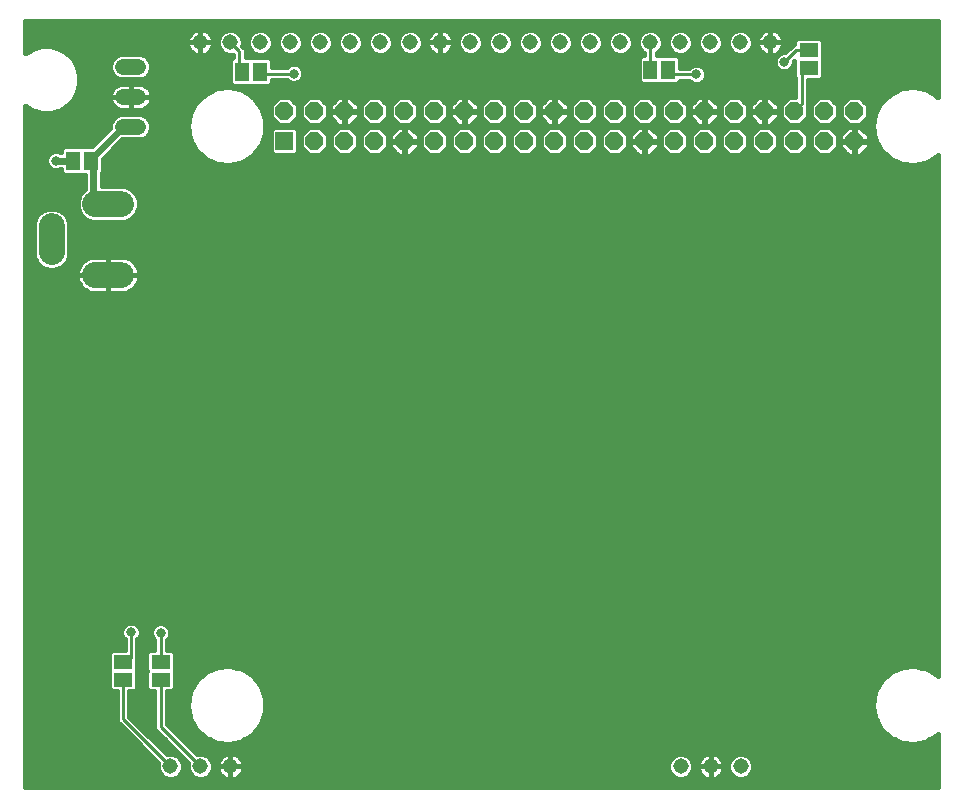
<source format=gbl>
G75*
%MOIN*%
%OFA0B0*%
%FSLAX25Y25*%
%IPPOS*%
%LPD*%
%AMOC8*
5,1,8,0,0,1.08239X$1,22.5*
%
%ADD10C,0.05150*%
%ADD11R,0.06000X0.06000*%
%ADD12OC8,0.06000*%
%ADD13R,0.06300X0.04600*%
%ADD14C,0.08600*%
%ADD15R,0.04600X0.06300*%
%ADD16C,0.05200*%
%ADD17C,0.02400*%
%ADD18C,0.03175*%
%ADD19C,0.01600*%
%ADD20C,0.01000*%
D10*
X0061567Y0014881D03*
X0071567Y0014881D03*
X0081567Y0014881D03*
X0231645Y0014881D03*
X0241645Y0014881D03*
X0251645Y0014881D03*
X0251488Y0256219D03*
X0261488Y0256219D03*
X0241488Y0256219D03*
X0231488Y0256219D03*
X0221488Y0256219D03*
X0211488Y0256219D03*
X0201488Y0256219D03*
X0191488Y0256219D03*
X0181488Y0256219D03*
X0171488Y0256219D03*
X0161488Y0256219D03*
X0151488Y0256219D03*
X0141488Y0256219D03*
X0131488Y0256219D03*
X0121488Y0256219D03*
X0111488Y0256219D03*
X0101488Y0256219D03*
X0091488Y0256219D03*
X0081488Y0256219D03*
X0071488Y0256219D03*
D11*
X0099569Y0223275D03*
D12*
X0109569Y0223275D03*
X0119569Y0223275D03*
X0129569Y0223275D03*
X0139569Y0223275D03*
X0149569Y0223275D03*
X0159569Y0223275D03*
X0169569Y0223275D03*
X0179569Y0223275D03*
X0189569Y0223275D03*
X0199569Y0223275D03*
X0209569Y0223275D03*
X0219569Y0223275D03*
X0229569Y0223275D03*
X0239569Y0223275D03*
X0249569Y0223275D03*
X0259569Y0223275D03*
X0269569Y0223275D03*
X0279569Y0223275D03*
X0289569Y0223275D03*
X0289569Y0233275D03*
X0279569Y0233275D03*
X0269569Y0233275D03*
X0259569Y0233275D03*
X0249569Y0233275D03*
X0239569Y0233275D03*
X0229569Y0233275D03*
X0219569Y0233275D03*
X0209569Y0233275D03*
X0199569Y0233275D03*
X0189569Y0233275D03*
X0179569Y0233275D03*
X0169569Y0233275D03*
X0159569Y0233275D03*
X0149569Y0233275D03*
X0139569Y0233275D03*
X0129569Y0233275D03*
X0119569Y0233275D03*
X0109569Y0233275D03*
X0099569Y0233275D03*
D13*
X0274291Y0247707D03*
X0274291Y0253707D03*
X0058319Y0049800D03*
X0058319Y0043800D03*
X0045819Y0043800D03*
X0045819Y0049800D03*
D14*
X0045119Y0178739D02*
X0036519Y0178739D01*
X0021921Y0186250D02*
X0021921Y0194850D01*
X0036519Y0202361D02*
X0045119Y0202361D01*
D15*
X0035069Y0216800D03*
X0029069Y0216800D03*
X0085391Y0246482D03*
X0091391Y0246482D03*
X0221566Y0247132D03*
X0227566Y0247132D03*
D16*
X0050919Y0248050D02*
X0045719Y0248050D01*
X0045719Y0238050D02*
X0050919Y0238050D01*
X0050919Y0228050D02*
X0045719Y0228050D01*
D17*
X0045819Y0228050D02*
X0048319Y0228050D01*
X0045819Y0228050D02*
X0035819Y0218050D01*
X0035819Y0216050D01*
X0035819Y0205550D01*
X0039008Y0202361D01*
X0040819Y0202361D01*
X0035819Y0216050D02*
X0035069Y0216800D01*
X0029069Y0216800D02*
X0023319Y0216800D01*
D18*
X0023319Y0216800D03*
X0102691Y0245832D03*
X0236916Y0245507D03*
X0266166Y0249732D03*
X0058319Y0059435D03*
X0048416Y0059607D03*
D19*
X0013197Y0007899D02*
X0317269Y0007899D01*
X0317269Y0025610D01*
X0313966Y0023452D01*
X0309816Y0022401D01*
X0305549Y0022755D01*
X0301629Y0024474D01*
X0298479Y0027374D01*
X0296442Y0031139D01*
X0295737Y0035362D01*
X0296442Y0039584D01*
X0298479Y0043349D01*
X0301629Y0046249D01*
X0305549Y0047968D01*
X0309816Y0048322D01*
X0313966Y0047271D01*
X0317269Y0045113D01*
X0317269Y0218523D01*
X0313966Y0216366D01*
X0309816Y0215315D01*
X0305549Y0215668D01*
X0301629Y0217388D01*
X0298479Y0220287D01*
X0296442Y0224052D01*
X0295737Y0228275D01*
X0296442Y0232498D01*
X0298479Y0236263D01*
X0301629Y0239162D01*
X0305549Y0240882D01*
X0309816Y0241235D01*
X0313966Y0240184D01*
X0317269Y0238027D01*
X0317269Y0263250D01*
X0013197Y0263250D01*
X0013197Y0252562D01*
X0013334Y0252699D01*
X0015865Y0254161D01*
X0018688Y0254917D01*
X0021610Y0254917D01*
X0024433Y0254161D01*
X0026964Y0252699D01*
X0029031Y0250633D01*
X0030492Y0248102D01*
X0031248Y0245279D01*
X0031248Y0242356D01*
X0030492Y0239534D01*
X0029031Y0237003D01*
X0026964Y0234936D01*
X0024433Y0233475D01*
X0021610Y0232719D01*
X0018688Y0232719D01*
X0015865Y0233475D01*
X0013334Y0234936D01*
X0013197Y0235073D01*
X0013197Y0007899D01*
X0013197Y0009470D02*
X0317269Y0009470D01*
X0317269Y0011069D02*
X0253352Y0011069D01*
X0254010Y0011341D02*
X0255185Y0012516D01*
X0255820Y0014050D01*
X0255820Y0015711D01*
X0255185Y0017246D01*
X0254010Y0018420D01*
X0252476Y0019055D01*
X0250815Y0019055D01*
X0249280Y0018420D01*
X0248106Y0017246D01*
X0247471Y0015711D01*
X0247471Y0014050D01*
X0248106Y0012516D01*
X0249280Y0011341D01*
X0250815Y0010706D01*
X0252476Y0010706D01*
X0254010Y0011341D01*
X0255247Y0012668D02*
X0317269Y0012668D01*
X0317269Y0014266D02*
X0255820Y0014266D01*
X0255757Y0015865D02*
X0317269Y0015865D01*
X0317269Y0017463D02*
X0254967Y0017463D01*
X0248324Y0017463D02*
X0245177Y0017463D01*
X0244982Y0017731D02*
X0244495Y0018218D01*
X0243938Y0018622D01*
X0243325Y0018935D01*
X0242670Y0019148D01*
X0241990Y0019255D01*
X0241645Y0019255D01*
X0241301Y0019255D01*
X0240621Y0019148D01*
X0239966Y0018935D01*
X0239352Y0018622D01*
X0238795Y0018218D01*
X0238308Y0017731D01*
X0237904Y0017174D01*
X0237591Y0016560D01*
X0237378Y0015905D01*
X0237271Y0015225D01*
X0237271Y0014881D01*
X0241645Y0014881D01*
X0241645Y0019255D01*
X0241645Y0014881D01*
X0241645Y0014881D01*
X0241645Y0014881D01*
X0237271Y0014881D01*
X0237271Y0014536D01*
X0237378Y0013856D01*
X0237591Y0013201D01*
X0237904Y0012588D01*
X0238308Y0012031D01*
X0238795Y0011544D01*
X0239352Y0011139D01*
X0239966Y0010826D01*
X0240621Y0010614D01*
X0241301Y0010506D01*
X0241645Y0010506D01*
X0241645Y0014881D01*
X0241645Y0014881D01*
X0246020Y0014881D01*
X0246020Y0015225D01*
X0245912Y0015905D01*
X0245700Y0016560D01*
X0245387Y0017174D01*
X0244982Y0017731D01*
X0245919Y0015865D02*
X0247534Y0015865D01*
X0247471Y0014266D02*
X0245977Y0014266D01*
X0246020Y0014536D02*
X0246020Y0014881D01*
X0241645Y0014881D01*
X0241645Y0014881D01*
X0241645Y0010506D01*
X0241990Y0010506D01*
X0242670Y0010614D01*
X0243325Y0010826D01*
X0243938Y0011139D01*
X0244495Y0011544D01*
X0244982Y0012031D01*
X0245387Y0012588D01*
X0245700Y0013201D01*
X0245912Y0013856D01*
X0246020Y0014536D01*
X0245428Y0012668D02*
X0248043Y0012668D01*
X0249938Y0011069D02*
X0243801Y0011069D01*
X0241645Y0011069D02*
X0241645Y0011069D01*
X0241645Y0012668D02*
X0241645Y0012668D01*
X0241645Y0014266D02*
X0241645Y0014266D01*
X0241645Y0015865D02*
X0241645Y0015865D01*
X0241645Y0017463D02*
X0241645Y0017463D01*
X0241645Y0019062D02*
X0241645Y0019062D01*
X0240356Y0019062D02*
X0082856Y0019062D01*
X0082591Y0019148D02*
X0081911Y0019255D01*
X0081567Y0019255D01*
X0081567Y0014881D01*
X0085941Y0014881D01*
X0085941Y0015225D01*
X0085834Y0015905D01*
X0085621Y0016560D01*
X0085308Y0017174D01*
X0084903Y0017731D01*
X0084417Y0018218D01*
X0083859Y0018622D01*
X0083246Y0018935D01*
X0082591Y0019148D01*
X0081567Y0019062D02*
X0081567Y0019062D01*
X0081567Y0019255D02*
X0081222Y0019255D01*
X0080542Y0019148D01*
X0079887Y0018935D01*
X0079274Y0018622D01*
X0078717Y0018218D01*
X0078230Y0017731D01*
X0077825Y0017174D01*
X0077512Y0016560D01*
X0077300Y0015905D01*
X0077192Y0015225D01*
X0077192Y0014881D01*
X0081566Y0014881D01*
X0081566Y0014881D01*
X0081567Y0014881D02*
X0081567Y0019255D01*
X0080277Y0019062D02*
X0070356Y0019062D01*
X0070471Y0018946D02*
X0060419Y0028999D01*
X0060419Y0039900D01*
X0062131Y0039900D01*
X0063069Y0040837D01*
X0063069Y0046763D01*
X0063031Y0046800D01*
X0063069Y0046837D01*
X0063069Y0052763D01*
X0062131Y0053700D01*
X0060419Y0053700D01*
X0060419Y0057027D01*
X0061021Y0057629D01*
X0061506Y0058801D01*
X0061506Y0060069D01*
X0061021Y0061240D01*
X0060124Y0062137D01*
X0058953Y0062622D01*
X0057685Y0062622D01*
X0056513Y0062137D01*
X0055616Y0061240D01*
X0055131Y0060069D01*
X0055131Y0058801D01*
X0055616Y0057629D01*
X0056219Y0057027D01*
X0056219Y0053700D01*
X0054506Y0053700D01*
X0053569Y0052763D01*
X0053569Y0046837D01*
X0053606Y0046800D01*
X0053569Y0046763D01*
X0053569Y0040837D01*
X0054506Y0039900D01*
X0056219Y0039900D01*
X0056219Y0027259D01*
X0057449Y0026029D01*
X0067501Y0015976D01*
X0067392Y0015711D01*
X0067392Y0014050D01*
X0068027Y0012516D01*
X0069202Y0011341D01*
X0070736Y0010706D01*
X0072397Y0010706D01*
X0073931Y0011341D01*
X0075106Y0012516D01*
X0075741Y0014050D01*
X0075741Y0015711D01*
X0075106Y0017246D01*
X0073931Y0018420D01*
X0072397Y0019055D01*
X0070736Y0019055D01*
X0070471Y0018946D01*
X0068757Y0020660D02*
X0317269Y0020660D01*
X0317269Y0019062D02*
X0242935Y0019062D01*
X0238114Y0017463D02*
X0234967Y0017463D01*
X0235185Y0017246D02*
X0234010Y0018420D01*
X0232476Y0019055D01*
X0230815Y0019055D01*
X0229280Y0018420D01*
X0228106Y0017246D01*
X0227471Y0015711D01*
X0227471Y0014050D01*
X0228106Y0012516D01*
X0229280Y0011341D01*
X0230815Y0010706D01*
X0232476Y0010706D01*
X0234010Y0011341D01*
X0235185Y0012516D01*
X0235820Y0014050D01*
X0235820Y0015711D01*
X0235185Y0017246D01*
X0235757Y0015865D02*
X0237372Y0015865D01*
X0237313Y0014266D02*
X0235820Y0014266D01*
X0235247Y0012668D02*
X0237863Y0012668D01*
X0239490Y0011069D02*
X0233352Y0011069D01*
X0229938Y0011069D02*
X0083722Y0011069D01*
X0083859Y0011139D02*
X0084417Y0011544D01*
X0084903Y0012031D01*
X0085308Y0012588D01*
X0085621Y0013201D01*
X0085834Y0013856D01*
X0085941Y0014536D01*
X0085941Y0014881D01*
X0081567Y0014881D01*
X0081567Y0014881D01*
X0081567Y0014881D01*
X0081567Y0010506D01*
X0081911Y0010506D01*
X0082591Y0010614D01*
X0083246Y0010826D01*
X0083859Y0011139D01*
X0085349Y0012668D02*
X0228043Y0012668D01*
X0227471Y0014266D02*
X0085899Y0014266D01*
X0085840Y0015865D02*
X0227534Y0015865D01*
X0228324Y0017463D02*
X0085098Y0017463D01*
X0081567Y0017463D02*
X0081567Y0017463D01*
X0081567Y0015865D02*
X0081567Y0015865D01*
X0081566Y0014881D02*
X0077192Y0014881D01*
X0077192Y0014536D01*
X0077300Y0013856D01*
X0077512Y0013201D01*
X0077825Y0012588D01*
X0078230Y0012031D01*
X0078717Y0011544D01*
X0079274Y0011139D01*
X0079887Y0010826D01*
X0080542Y0010614D01*
X0081222Y0010506D01*
X0081567Y0010506D01*
X0081567Y0014881D01*
X0081567Y0014881D01*
X0081567Y0014266D02*
X0081567Y0014266D01*
X0081567Y0012668D02*
X0081567Y0012668D01*
X0081567Y0011069D02*
X0081567Y0011069D01*
X0079411Y0011069D02*
X0073274Y0011069D01*
X0075169Y0012668D02*
X0077784Y0012668D01*
X0077235Y0014266D02*
X0075741Y0014266D01*
X0075678Y0015865D02*
X0077293Y0015865D01*
X0078035Y0017463D02*
X0074888Y0017463D01*
X0077203Y0022755D02*
X0073282Y0024474D01*
X0070133Y0027374D01*
X0068095Y0031139D01*
X0067391Y0035362D01*
X0068095Y0039584D01*
X0070133Y0043349D01*
X0073282Y0046249D01*
X0077203Y0047968D01*
X0081469Y0048322D01*
X0085619Y0047271D01*
X0089203Y0044929D01*
X0091833Y0041551D01*
X0093223Y0037502D01*
X0093223Y0033221D01*
X0091833Y0029172D01*
X0089203Y0025794D01*
X0085619Y0023452D01*
X0081469Y0022401D01*
X0077203Y0022755D01*
X0074690Y0023857D02*
X0065560Y0023857D01*
X0067159Y0022259D02*
X0317269Y0022259D01*
X0317269Y0023857D02*
X0314585Y0023857D01*
X0317032Y0025456D02*
X0317269Y0025456D01*
X0303036Y0023857D02*
X0086239Y0023857D01*
X0088686Y0025456D02*
X0300563Y0025456D01*
X0298827Y0027054D02*
X0090184Y0027054D01*
X0091428Y0028653D02*
X0297787Y0028653D01*
X0296922Y0030251D02*
X0092203Y0030251D01*
X0092752Y0031850D02*
X0296323Y0031850D01*
X0296056Y0033448D02*
X0093223Y0033448D01*
X0093223Y0035047D02*
X0295790Y0035047D01*
X0295951Y0036645D02*
X0093223Y0036645D01*
X0092968Y0038244D02*
X0296218Y0038244D01*
X0296581Y0039842D02*
X0092419Y0039842D01*
X0091871Y0041441D02*
X0297446Y0041441D01*
X0298311Y0043039D02*
X0090674Y0043039D01*
X0089430Y0044638D02*
X0299879Y0044638D01*
X0301615Y0046236D02*
X0087203Y0046236D01*
X0083393Y0047835D02*
X0305245Y0047835D01*
X0311739Y0047835D02*
X0317269Y0047835D01*
X0317269Y0049433D02*
X0063069Y0049433D01*
X0063069Y0047835D02*
X0076898Y0047835D01*
X0073269Y0046236D02*
X0063069Y0046236D01*
X0063069Y0044638D02*
X0071532Y0044638D01*
X0069965Y0043039D02*
X0063069Y0043039D01*
X0063069Y0041441D02*
X0069100Y0041441D01*
X0068235Y0039842D02*
X0060419Y0039842D01*
X0060419Y0038244D02*
X0067872Y0038244D01*
X0067605Y0036645D02*
X0060419Y0036645D01*
X0060419Y0035047D02*
X0067443Y0035047D01*
X0067710Y0033448D02*
X0060419Y0033448D01*
X0060419Y0031850D02*
X0067977Y0031850D01*
X0068576Y0030251D02*
X0060419Y0030251D01*
X0060765Y0028653D02*
X0069441Y0028653D01*
X0070480Y0027054D02*
X0062363Y0027054D01*
X0063962Y0025456D02*
X0072217Y0025456D01*
X0066014Y0017463D02*
X0064888Y0017463D01*
X0065106Y0017246D02*
X0063931Y0018420D01*
X0062397Y0019055D01*
X0060736Y0019055D01*
X0060471Y0018946D01*
X0047919Y0031499D01*
X0047919Y0039900D01*
X0049631Y0039900D01*
X0050569Y0040837D01*
X0050569Y0046763D01*
X0050531Y0046800D01*
X0050569Y0046837D01*
X0050569Y0052763D01*
X0050516Y0052815D01*
X0050516Y0057199D01*
X0051118Y0057802D01*
X0051603Y0058973D01*
X0051603Y0060241D01*
X0051118Y0061413D01*
X0050221Y0062309D01*
X0049050Y0062794D01*
X0047782Y0062794D01*
X0046610Y0062309D01*
X0045714Y0061413D01*
X0045228Y0060241D01*
X0045228Y0058973D01*
X0045714Y0057802D01*
X0046316Y0057199D01*
X0046316Y0053700D01*
X0042006Y0053700D01*
X0041069Y0052763D01*
X0041069Y0046837D01*
X0041106Y0046800D01*
X0041069Y0046763D01*
X0041069Y0040837D01*
X0042006Y0039900D01*
X0043719Y0039900D01*
X0043719Y0029759D01*
X0044949Y0028529D01*
X0057501Y0015976D01*
X0057392Y0015711D01*
X0057392Y0014050D01*
X0058027Y0012516D01*
X0059202Y0011341D01*
X0060736Y0010706D01*
X0062397Y0010706D01*
X0063931Y0011341D01*
X0065106Y0012516D01*
X0065741Y0014050D01*
X0065741Y0015711D01*
X0065106Y0017246D01*
X0065678Y0015865D02*
X0067455Y0015865D01*
X0067392Y0014266D02*
X0065741Y0014266D01*
X0065169Y0012668D02*
X0067965Y0012668D01*
X0069860Y0011069D02*
X0063274Y0011069D01*
X0059860Y0011069D02*
X0013197Y0011069D01*
X0013197Y0012668D02*
X0057965Y0012668D01*
X0057392Y0014266D02*
X0013197Y0014266D01*
X0013197Y0015865D02*
X0057455Y0015865D01*
X0056014Y0017463D02*
X0013197Y0017463D01*
X0013197Y0019062D02*
X0054416Y0019062D01*
X0052817Y0020660D02*
X0013197Y0020660D01*
X0013197Y0022259D02*
X0051219Y0022259D01*
X0049620Y0023857D02*
X0013197Y0023857D01*
X0013197Y0025456D02*
X0048022Y0025456D01*
X0046423Y0027054D02*
X0013197Y0027054D01*
X0013197Y0028653D02*
X0044825Y0028653D01*
X0043719Y0030251D02*
X0013197Y0030251D01*
X0013197Y0031850D02*
X0043719Y0031850D01*
X0043719Y0033448D02*
X0013197Y0033448D01*
X0013197Y0035047D02*
X0043719Y0035047D01*
X0043719Y0036645D02*
X0013197Y0036645D01*
X0013197Y0038244D02*
X0043719Y0038244D01*
X0043719Y0039842D02*
X0013197Y0039842D01*
X0013197Y0041441D02*
X0041069Y0041441D01*
X0041069Y0043039D02*
X0013197Y0043039D01*
X0013197Y0044638D02*
X0041069Y0044638D01*
X0041069Y0046236D02*
X0013197Y0046236D01*
X0013197Y0047835D02*
X0041069Y0047835D01*
X0041069Y0049433D02*
X0013197Y0049433D01*
X0013197Y0051032D02*
X0041069Y0051032D01*
X0041069Y0052630D02*
X0013197Y0052630D01*
X0013197Y0054229D02*
X0046316Y0054229D01*
X0046316Y0055827D02*
X0013197Y0055827D01*
X0013197Y0057426D02*
X0046089Y0057426D01*
X0045228Y0059024D02*
X0013197Y0059024D01*
X0013197Y0060623D02*
X0045387Y0060623D01*
X0046522Y0062221D02*
X0013197Y0062221D01*
X0013197Y0063820D02*
X0317269Y0063820D01*
X0317269Y0065418D02*
X0013197Y0065418D01*
X0013197Y0067017D02*
X0317269Y0067017D01*
X0317269Y0068615D02*
X0013197Y0068615D01*
X0013197Y0070214D02*
X0317269Y0070214D01*
X0317269Y0071812D02*
X0013197Y0071812D01*
X0013197Y0073411D02*
X0317269Y0073411D01*
X0317269Y0075009D02*
X0013197Y0075009D01*
X0013197Y0076608D02*
X0317269Y0076608D01*
X0317269Y0078206D02*
X0013197Y0078206D01*
X0013197Y0079805D02*
X0317269Y0079805D01*
X0317269Y0081403D02*
X0013197Y0081403D01*
X0013197Y0083002D02*
X0317269Y0083002D01*
X0317269Y0084601D02*
X0013197Y0084601D01*
X0013197Y0086199D02*
X0317269Y0086199D01*
X0317269Y0087798D02*
X0013197Y0087798D01*
X0013197Y0089396D02*
X0317269Y0089396D01*
X0317269Y0090995D02*
X0013197Y0090995D01*
X0013197Y0092593D02*
X0317269Y0092593D01*
X0317269Y0094192D02*
X0013197Y0094192D01*
X0013197Y0095790D02*
X0317269Y0095790D01*
X0317269Y0097389D02*
X0013197Y0097389D01*
X0013197Y0098987D02*
X0317269Y0098987D01*
X0317269Y0100586D02*
X0013197Y0100586D01*
X0013197Y0102184D02*
X0317269Y0102184D01*
X0317269Y0103783D02*
X0013197Y0103783D01*
X0013197Y0105381D02*
X0317269Y0105381D01*
X0317269Y0106980D02*
X0013197Y0106980D01*
X0013197Y0108578D02*
X0317269Y0108578D01*
X0317269Y0110177D02*
X0013197Y0110177D01*
X0013197Y0111775D02*
X0317269Y0111775D01*
X0317269Y0113374D02*
X0013197Y0113374D01*
X0013197Y0114972D02*
X0317269Y0114972D01*
X0317269Y0116571D02*
X0013197Y0116571D01*
X0013197Y0118169D02*
X0317269Y0118169D01*
X0317269Y0119768D02*
X0013197Y0119768D01*
X0013197Y0121366D02*
X0317269Y0121366D01*
X0317269Y0122965D02*
X0013197Y0122965D01*
X0013197Y0124563D02*
X0317269Y0124563D01*
X0317269Y0126162D02*
X0013197Y0126162D01*
X0013197Y0127760D02*
X0317269Y0127760D01*
X0317269Y0129359D02*
X0013197Y0129359D01*
X0013197Y0130957D02*
X0317269Y0130957D01*
X0317269Y0132556D02*
X0013197Y0132556D01*
X0013197Y0134154D02*
X0317269Y0134154D01*
X0317269Y0135753D02*
X0013197Y0135753D01*
X0013197Y0137351D02*
X0317269Y0137351D01*
X0317269Y0138950D02*
X0013197Y0138950D01*
X0013197Y0140548D02*
X0317269Y0140548D01*
X0317269Y0142147D02*
X0013197Y0142147D01*
X0013197Y0143745D02*
X0317269Y0143745D01*
X0317269Y0145344D02*
X0013197Y0145344D01*
X0013197Y0146942D02*
X0317269Y0146942D01*
X0317269Y0148541D02*
X0013197Y0148541D01*
X0013197Y0150139D02*
X0317269Y0150139D01*
X0317269Y0151738D02*
X0013197Y0151738D01*
X0013197Y0153337D02*
X0317269Y0153337D01*
X0317269Y0154935D02*
X0013197Y0154935D01*
X0013197Y0156534D02*
X0317269Y0156534D01*
X0317269Y0158132D02*
X0013197Y0158132D01*
X0013197Y0159731D02*
X0317269Y0159731D01*
X0317269Y0161329D02*
X0013197Y0161329D01*
X0013197Y0162928D02*
X0317269Y0162928D01*
X0317269Y0164526D02*
X0013197Y0164526D01*
X0013197Y0166125D02*
X0317269Y0166125D01*
X0317269Y0167723D02*
X0013197Y0167723D01*
X0013197Y0169322D02*
X0317269Y0169322D01*
X0317269Y0170920D02*
X0013197Y0170920D01*
X0013197Y0172519D02*
X0317269Y0172519D01*
X0317269Y0174117D02*
X0049123Y0174117D01*
X0049092Y0174086D02*
X0049771Y0174765D01*
X0050336Y0175542D01*
X0050772Y0176397D01*
X0051068Y0177311D01*
X0051219Y0178259D01*
X0051219Y0178739D01*
X0040819Y0178739D01*
X0051219Y0178739D01*
X0051219Y0179219D01*
X0051068Y0180167D01*
X0050772Y0181081D01*
X0050336Y0181936D01*
X0049771Y0182713D01*
X0049092Y0183392D01*
X0048316Y0183956D01*
X0047460Y0184392D01*
X0046547Y0184689D01*
X0045599Y0184839D01*
X0040819Y0184839D01*
X0040819Y0178739D01*
X0040819Y0178739D01*
X0040818Y0178739D01*
X0030419Y0178739D01*
X0030419Y0178259D01*
X0030569Y0177311D01*
X0030865Y0176397D01*
X0031301Y0175542D01*
X0031866Y0174765D01*
X0032545Y0174086D01*
X0033321Y0173522D01*
X0034177Y0173086D01*
X0035090Y0172789D01*
X0036038Y0172639D01*
X0040818Y0172639D01*
X0040818Y0178739D01*
X0040818Y0178739D01*
X0030419Y0178739D01*
X0030419Y0179219D01*
X0030569Y0180167D01*
X0030865Y0181081D01*
X0031301Y0181936D01*
X0031866Y0182713D01*
X0032545Y0183392D01*
X0033321Y0183956D01*
X0034177Y0184392D01*
X0035090Y0184689D01*
X0036038Y0184839D01*
X0040818Y0184839D01*
X0040818Y0178739D01*
X0040819Y0178739D01*
X0040819Y0172639D01*
X0045599Y0172639D01*
X0046547Y0172789D01*
X0047460Y0173086D01*
X0048316Y0173522D01*
X0049092Y0174086D01*
X0050424Y0175716D02*
X0317269Y0175716D01*
X0317269Y0177314D02*
X0051069Y0177314D01*
X0051219Y0178913D02*
X0317269Y0178913D01*
X0317269Y0180511D02*
X0050957Y0180511D01*
X0050210Y0182110D02*
X0317269Y0182110D01*
X0317269Y0183708D02*
X0048657Y0183708D01*
X0040819Y0183708D02*
X0040818Y0183708D01*
X0040818Y0182110D02*
X0040819Y0182110D01*
X0040818Y0180511D02*
X0040819Y0180511D01*
X0040818Y0178913D02*
X0040819Y0178913D01*
X0040818Y0177314D02*
X0040819Y0177314D01*
X0040818Y0175716D02*
X0040819Y0175716D01*
X0040818Y0174117D02*
X0040819Y0174117D01*
X0032514Y0174117D02*
X0013197Y0174117D01*
X0013197Y0175716D02*
X0031213Y0175716D01*
X0030568Y0177314D02*
X0013197Y0177314D01*
X0013197Y0178913D02*
X0030419Y0178913D01*
X0030680Y0180511D02*
X0023484Y0180511D01*
X0023095Y0180350D02*
X0025263Y0181248D01*
X0026923Y0182908D01*
X0027821Y0185076D01*
X0027821Y0196024D01*
X0026923Y0198192D01*
X0025263Y0199852D01*
X0023095Y0200750D01*
X0020747Y0200750D01*
X0018579Y0199852D01*
X0016919Y0198192D01*
X0016021Y0196024D01*
X0016021Y0185076D01*
X0016919Y0182908D01*
X0018579Y0181248D01*
X0020747Y0180350D01*
X0023095Y0180350D01*
X0020358Y0180511D02*
X0013197Y0180511D01*
X0013197Y0182110D02*
X0017717Y0182110D01*
X0016588Y0183708D02*
X0013197Y0183708D01*
X0013197Y0185307D02*
X0016021Y0185307D01*
X0016021Y0186905D02*
X0013197Y0186905D01*
X0013197Y0188504D02*
X0016021Y0188504D01*
X0016021Y0190102D02*
X0013197Y0190102D01*
X0013197Y0191701D02*
X0016021Y0191701D01*
X0016021Y0193299D02*
X0013197Y0193299D01*
X0013197Y0194898D02*
X0016021Y0194898D01*
X0016217Y0196496D02*
X0013197Y0196496D01*
X0013197Y0198095D02*
X0016879Y0198095D01*
X0018420Y0199693D02*
X0013197Y0199693D01*
X0013197Y0201292D02*
X0030619Y0201292D01*
X0030619Y0201187D02*
X0031517Y0199019D01*
X0033176Y0197359D01*
X0035345Y0196461D01*
X0046292Y0196461D01*
X0048461Y0197359D01*
X0050120Y0199019D01*
X0051019Y0201187D01*
X0051019Y0203535D01*
X0050120Y0205703D01*
X0048461Y0207363D01*
X0046292Y0208261D01*
X0038619Y0208261D01*
X0038619Y0212637D01*
X0038969Y0212987D01*
X0038969Y0217240D01*
X0045578Y0223850D01*
X0051754Y0223850D01*
X0053298Y0224489D01*
X0054479Y0225671D01*
X0055119Y0227215D01*
X0055119Y0228885D01*
X0054479Y0230429D01*
X0053298Y0231611D01*
X0051754Y0232250D01*
X0044883Y0232250D01*
X0043339Y0231611D01*
X0042158Y0230429D01*
X0041519Y0228885D01*
X0041519Y0227710D01*
X0035359Y0221550D01*
X0032106Y0221550D01*
X0032069Y0221513D01*
X0032031Y0221550D01*
X0026106Y0221550D01*
X0025169Y0220613D01*
X0025169Y0219600D01*
X0024888Y0219600D01*
X0023953Y0219987D01*
X0022685Y0219987D01*
X0021513Y0219502D01*
X0020616Y0218606D01*
X0020131Y0217434D01*
X0020131Y0216166D01*
X0020616Y0214994D01*
X0021513Y0214098D01*
X0022685Y0213613D01*
X0023953Y0213613D01*
X0024888Y0214000D01*
X0025169Y0214000D01*
X0025169Y0212987D01*
X0026106Y0212050D01*
X0032031Y0212050D01*
X0032069Y0212087D01*
X0032106Y0212050D01*
X0033019Y0212050D01*
X0033019Y0207205D01*
X0031517Y0205703D01*
X0030619Y0203535D01*
X0030619Y0201187D01*
X0031237Y0199693D02*
X0025421Y0199693D01*
X0026963Y0198095D02*
X0032441Y0198095D01*
X0035260Y0196496D02*
X0027625Y0196496D01*
X0027821Y0194898D02*
X0317269Y0194898D01*
X0317269Y0196496D02*
X0046377Y0196496D01*
X0049196Y0198095D02*
X0317269Y0198095D01*
X0317269Y0199693D02*
X0050400Y0199693D01*
X0051019Y0201292D02*
X0317269Y0201292D01*
X0317269Y0202890D02*
X0051019Y0202890D01*
X0050623Y0204489D02*
X0317269Y0204489D01*
X0317269Y0206087D02*
X0049736Y0206087D01*
X0047681Y0207686D02*
X0317269Y0207686D01*
X0317269Y0209284D02*
X0038619Y0209284D01*
X0038619Y0210883D02*
X0317269Y0210883D01*
X0317269Y0212481D02*
X0038619Y0212481D01*
X0038969Y0214080D02*
X0317269Y0214080D01*
X0317269Y0215678D02*
X0311252Y0215678D01*
X0315361Y0217277D02*
X0317269Y0217277D01*
X0305526Y0215678D02*
X0082906Y0215678D01*
X0081469Y0215315D02*
X0085619Y0216366D01*
X0089203Y0218707D01*
X0091833Y0222085D01*
X0093223Y0226134D01*
X0093223Y0230416D01*
X0091833Y0234465D01*
X0089203Y0237843D01*
X0085619Y0240184D01*
X0081469Y0241235D01*
X0077203Y0240882D01*
X0073282Y0239162D01*
X0070133Y0236263D01*
X0068095Y0232498D01*
X0067391Y0228275D01*
X0068095Y0224052D01*
X0070133Y0220287D01*
X0073282Y0217388D01*
X0077203Y0215668D01*
X0081469Y0215315D01*
X0087014Y0217277D02*
X0301882Y0217277D01*
X0300013Y0218875D02*
X0291957Y0218875D01*
X0291557Y0218475D02*
X0294369Y0221287D01*
X0294369Y0223075D01*
X0289769Y0223075D01*
X0289769Y0223475D01*
X0294369Y0223475D01*
X0294369Y0225263D01*
X0291557Y0228075D01*
X0289769Y0228075D01*
X0289769Y0223475D01*
X0289369Y0223475D01*
X0289369Y0228075D01*
X0287580Y0228075D01*
X0284769Y0225263D01*
X0284769Y0223475D01*
X0289368Y0223475D01*
X0289368Y0223075D01*
X0284769Y0223075D01*
X0284769Y0221287D01*
X0287580Y0218475D01*
X0289369Y0218475D01*
X0289369Y0223075D01*
X0289769Y0223075D01*
X0289769Y0218475D01*
X0291557Y0218475D01*
X0289769Y0218875D02*
X0289369Y0218875D01*
X0289369Y0220474D02*
X0289769Y0220474D01*
X0289769Y0222072D02*
X0289369Y0222072D01*
X0289369Y0223671D02*
X0289769Y0223671D01*
X0289769Y0225270D02*
X0289369Y0225270D01*
X0289369Y0226868D02*
X0289769Y0226868D01*
X0291474Y0228675D02*
X0287663Y0228675D01*
X0284969Y0231370D01*
X0284969Y0235180D01*
X0287663Y0237875D01*
X0291474Y0237875D01*
X0294169Y0235180D01*
X0294169Y0231370D01*
X0291474Y0228675D01*
X0292864Y0230065D02*
X0296036Y0230065D01*
X0295769Y0228467D02*
X0093223Y0228467D01*
X0093223Y0230065D02*
X0096273Y0230065D01*
X0094969Y0231370D02*
X0097663Y0228675D01*
X0101474Y0228675D01*
X0104169Y0231370D01*
X0104169Y0235180D01*
X0101474Y0237875D01*
X0097663Y0237875D01*
X0094969Y0235180D01*
X0094969Y0231370D01*
X0094969Y0231664D02*
X0092794Y0231664D01*
X0092245Y0233262D02*
X0094969Y0233262D01*
X0094969Y0234861D02*
X0091524Y0234861D01*
X0090280Y0236459D02*
X0096247Y0236459D01*
X0094354Y0241732D02*
X0088428Y0241732D01*
X0088391Y0241769D01*
X0088354Y0241732D01*
X0082428Y0241732D01*
X0081491Y0242669D01*
X0081491Y0250295D01*
X0082391Y0251195D01*
X0082391Y0252075D01*
X0082318Y0252044D01*
X0080657Y0252044D01*
X0079123Y0252680D01*
X0077949Y0253854D01*
X0077313Y0255389D01*
X0077313Y0257050D01*
X0077949Y0258584D01*
X0079123Y0259759D01*
X0080657Y0260394D01*
X0082318Y0260394D01*
X0083853Y0259759D01*
X0085027Y0258584D01*
X0085663Y0257050D01*
X0085663Y0255389D01*
X0085553Y0255124D01*
X0086591Y0254086D01*
X0086591Y0251232D01*
X0088354Y0251232D01*
X0088391Y0251195D01*
X0088428Y0251232D01*
X0094354Y0251232D01*
X0095291Y0250295D01*
X0095291Y0247932D01*
X0100283Y0247932D01*
X0100885Y0248534D01*
X0102057Y0249019D01*
X0103325Y0249019D01*
X0104496Y0248534D01*
X0105393Y0247638D01*
X0105878Y0246466D01*
X0105878Y0245198D01*
X0105393Y0244027D01*
X0104496Y0243130D01*
X0103325Y0242645D01*
X0102057Y0242645D01*
X0100885Y0243130D01*
X0100283Y0243732D01*
X0095291Y0243732D01*
X0095291Y0242669D01*
X0094354Y0241732D01*
X0095291Y0242853D02*
X0101554Y0242853D01*
X0103828Y0242853D02*
X0218132Y0242853D01*
X0217666Y0243319D02*
X0218603Y0242382D01*
X0224529Y0242382D01*
X0224566Y0242419D01*
X0224603Y0242382D01*
X0230529Y0242382D01*
X0231466Y0243319D01*
X0231466Y0243407D01*
X0234508Y0243407D01*
X0235110Y0242805D01*
X0236282Y0242320D01*
X0237550Y0242320D01*
X0238721Y0242805D01*
X0239618Y0243702D01*
X0240103Y0244873D01*
X0240103Y0246141D01*
X0239618Y0247313D01*
X0238721Y0248209D01*
X0237550Y0248694D01*
X0236282Y0248694D01*
X0235110Y0248209D01*
X0234508Y0247607D01*
X0231466Y0247607D01*
X0231466Y0250945D01*
X0230529Y0251882D01*
X0224603Y0251882D01*
X0224566Y0251845D01*
X0224529Y0251882D01*
X0223588Y0251882D01*
X0223588Y0252570D01*
X0223853Y0252680D01*
X0225027Y0253854D01*
X0225663Y0255389D01*
X0225663Y0257050D01*
X0225027Y0258584D01*
X0223853Y0259759D01*
X0222318Y0260394D01*
X0220657Y0260394D01*
X0219123Y0259759D01*
X0217949Y0258584D01*
X0217313Y0257050D01*
X0217313Y0255389D01*
X0217949Y0253854D01*
X0219123Y0252680D01*
X0219388Y0252570D01*
X0219388Y0251882D01*
X0218603Y0251882D01*
X0217666Y0250945D01*
X0217666Y0243319D01*
X0217666Y0244452D02*
X0105569Y0244452D01*
X0105878Y0246050D02*
X0217666Y0246050D01*
X0217666Y0247649D02*
X0105382Y0247649D01*
X0103283Y0252444D02*
X0109692Y0252444D01*
X0109123Y0252680D02*
X0110657Y0252044D01*
X0112318Y0252044D01*
X0113853Y0252680D01*
X0115027Y0253854D01*
X0115663Y0255389D01*
X0115663Y0257050D01*
X0115027Y0258584D01*
X0113853Y0259759D01*
X0112318Y0260394D01*
X0110657Y0260394D01*
X0109123Y0259759D01*
X0107949Y0258584D01*
X0107313Y0257050D01*
X0107313Y0255389D01*
X0107949Y0253854D01*
X0109123Y0252680D01*
X0107871Y0254043D02*
X0105105Y0254043D01*
X0105027Y0253854D02*
X0105663Y0255389D01*
X0105663Y0257050D01*
X0105027Y0258584D01*
X0103853Y0259759D01*
X0102318Y0260394D01*
X0100657Y0260394D01*
X0099123Y0259759D01*
X0097949Y0258584D01*
X0097313Y0257050D01*
X0097313Y0255389D01*
X0097949Y0253854D01*
X0099123Y0252680D01*
X0100657Y0252044D01*
X0102318Y0252044D01*
X0103853Y0252680D01*
X0105027Y0253854D01*
X0105663Y0255641D02*
X0107313Y0255641D01*
X0107392Y0257240D02*
X0105584Y0257240D01*
X0104773Y0258838D02*
X0108203Y0258838D01*
X0114773Y0258838D02*
X0118203Y0258838D01*
X0117949Y0258584D02*
X0117313Y0257050D01*
X0117313Y0255389D01*
X0117949Y0253854D01*
X0119123Y0252680D01*
X0120657Y0252044D01*
X0122318Y0252044D01*
X0123853Y0252680D01*
X0125027Y0253854D01*
X0125663Y0255389D01*
X0125663Y0257050D01*
X0125027Y0258584D01*
X0123853Y0259759D01*
X0122318Y0260394D01*
X0120657Y0260394D01*
X0119123Y0259759D01*
X0117949Y0258584D01*
X0117392Y0257240D02*
X0115584Y0257240D01*
X0115663Y0255641D02*
X0117313Y0255641D01*
X0117871Y0254043D02*
X0115105Y0254043D01*
X0113283Y0252444D02*
X0119692Y0252444D01*
X0123283Y0252444D02*
X0129692Y0252444D01*
X0129123Y0252680D02*
X0130657Y0252044D01*
X0132318Y0252044D01*
X0133853Y0252680D01*
X0135027Y0253854D01*
X0135663Y0255389D01*
X0135663Y0257050D01*
X0135027Y0258584D01*
X0133853Y0259759D01*
X0132318Y0260394D01*
X0130657Y0260394D01*
X0129123Y0259759D01*
X0127949Y0258584D01*
X0127313Y0257050D01*
X0127313Y0255389D01*
X0127949Y0253854D01*
X0129123Y0252680D01*
X0127871Y0254043D02*
X0125105Y0254043D01*
X0125663Y0255641D02*
X0127313Y0255641D01*
X0127392Y0257240D02*
X0125584Y0257240D01*
X0124773Y0258838D02*
X0128203Y0258838D01*
X0134773Y0258838D02*
X0138203Y0258838D01*
X0137949Y0258584D02*
X0137313Y0257050D01*
X0137313Y0255389D01*
X0137949Y0253854D01*
X0139123Y0252680D01*
X0140657Y0252044D01*
X0142318Y0252044D01*
X0143853Y0252680D01*
X0145027Y0253854D01*
X0145663Y0255389D01*
X0145663Y0257050D01*
X0145027Y0258584D01*
X0143853Y0259759D01*
X0142318Y0260394D01*
X0140657Y0260394D01*
X0139123Y0259759D01*
X0137949Y0258584D01*
X0137392Y0257240D02*
X0135584Y0257240D01*
X0135663Y0255641D02*
X0137313Y0255641D01*
X0137871Y0254043D02*
X0135105Y0254043D01*
X0133283Y0252444D02*
X0139692Y0252444D01*
X0143283Y0252444D02*
X0149261Y0252444D01*
X0149195Y0252478D02*
X0149809Y0252165D01*
X0150463Y0251952D01*
X0151144Y0251844D01*
X0151488Y0251844D01*
X0151832Y0251844D01*
X0152512Y0251952D01*
X0153167Y0252165D01*
X0153781Y0252478D01*
X0154338Y0252882D01*
X0154825Y0253369D01*
X0155230Y0253926D01*
X0155542Y0254540D01*
X0155755Y0255195D01*
X0155863Y0255875D01*
X0155863Y0256219D01*
X0151488Y0256219D01*
X0151488Y0251844D01*
X0151488Y0256219D01*
X0151488Y0256219D01*
X0151488Y0256219D01*
X0155863Y0256219D01*
X0155863Y0256564D01*
X0155755Y0257244D01*
X0155542Y0257899D01*
X0155230Y0258512D01*
X0154825Y0259069D01*
X0154338Y0259556D01*
X0153781Y0259961D01*
X0153167Y0260274D01*
X0152512Y0260486D01*
X0151832Y0260594D01*
X0151488Y0260594D01*
X0151488Y0256219D01*
X0147113Y0256219D01*
X0147113Y0255875D01*
X0147221Y0255195D01*
X0147434Y0254540D01*
X0147746Y0253926D01*
X0148151Y0253369D01*
X0148638Y0252882D01*
X0149195Y0252478D01*
X0147687Y0254043D02*
X0145105Y0254043D01*
X0145663Y0255641D02*
X0147150Y0255641D01*
X0147113Y0256219D02*
X0151488Y0256219D01*
X0151488Y0256219D01*
X0151488Y0256219D01*
X0151488Y0260594D01*
X0151144Y0260594D01*
X0150463Y0260486D01*
X0149809Y0260274D01*
X0149195Y0259961D01*
X0148638Y0259556D01*
X0148151Y0259069D01*
X0147746Y0258512D01*
X0147434Y0257899D01*
X0147221Y0257244D01*
X0147113Y0256564D01*
X0147113Y0256219D01*
X0147220Y0257240D02*
X0145584Y0257240D01*
X0144773Y0258838D02*
X0147983Y0258838D01*
X0150311Y0260437D02*
X0072665Y0260437D01*
X0072512Y0260486D02*
X0071832Y0260594D01*
X0071488Y0260594D01*
X0071488Y0256219D01*
X0071488Y0251844D01*
X0071832Y0251844D01*
X0072512Y0251952D01*
X0073167Y0252165D01*
X0073781Y0252478D01*
X0074338Y0252882D01*
X0074825Y0253369D01*
X0075230Y0253926D01*
X0075542Y0254540D01*
X0075755Y0255195D01*
X0075863Y0255875D01*
X0075863Y0256219D01*
X0071488Y0256219D01*
X0071488Y0256219D01*
X0071488Y0256219D01*
X0071488Y0251844D01*
X0071144Y0251844D01*
X0070463Y0251952D01*
X0069809Y0252165D01*
X0069195Y0252478D01*
X0068638Y0252882D01*
X0068151Y0253369D01*
X0067746Y0253926D01*
X0067434Y0254540D01*
X0067221Y0255195D01*
X0067113Y0255875D01*
X0067113Y0256219D01*
X0071488Y0256219D01*
X0075863Y0256219D01*
X0075863Y0256564D01*
X0075755Y0257244D01*
X0075542Y0257899D01*
X0075230Y0258512D01*
X0074825Y0259069D01*
X0074338Y0259556D01*
X0073781Y0259961D01*
X0073167Y0260274D01*
X0072512Y0260486D01*
X0071488Y0260437D02*
X0071488Y0260437D01*
X0071488Y0260594D02*
X0071144Y0260594D01*
X0070463Y0260486D01*
X0069809Y0260274D01*
X0069195Y0259961D01*
X0068638Y0259556D01*
X0068151Y0259069D01*
X0067746Y0258512D01*
X0067434Y0257899D01*
X0067221Y0257244D01*
X0067113Y0256564D01*
X0067113Y0256219D01*
X0071488Y0256219D01*
X0071488Y0256219D01*
X0071488Y0256219D01*
X0071488Y0260594D01*
X0070311Y0260437D02*
X0013197Y0260437D01*
X0013197Y0262035D02*
X0317269Y0262035D01*
X0317269Y0260437D02*
X0262665Y0260437D01*
X0262512Y0260486D02*
X0263167Y0260274D01*
X0263781Y0259961D01*
X0264338Y0259556D01*
X0264825Y0259069D01*
X0265230Y0258512D01*
X0265542Y0257899D01*
X0265755Y0257244D01*
X0265863Y0256564D01*
X0265863Y0256219D01*
X0261488Y0256219D01*
X0261488Y0251844D01*
X0261832Y0251844D01*
X0262512Y0251952D01*
X0263167Y0252165D01*
X0263781Y0252478D01*
X0264338Y0252882D01*
X0264825Y0253369D01*
X0265230Y0253926D01*
X0265542Y0254540D01*
X0265755Y0255195D01*
X0265863Y0255875D01*
X0265863Y0256219D01*
X0261488Y0256219D01*
X0261488Y0256219D01*
X0261488Y0256219D01*
X0261488Y0251844D01*
X0261144Y0251844D01*
X0260463Y0251952D01*
X0259809Y0252165D01*
X0259195Y0252478D01*
X0258638Y0252882D01*
X0258151Y0253369D01*
X0257746Y0253926D01*
X0257434Y0254540D01*
X0257221Y0255195D01*
X0257113Y0255875D01*
X0257113Y0256219D01*
X0261488Y0256219D01*
X0261488Y0256219D01*
X0261488Y0256219D01*
X0261488Y0260594D01*
X0261832Y0260594D01*
X0262512Y0260486D01*
X0261488Y0260437D02*
X0261488Y0260437D01*
X0261488Y0260594D02*
X0261144Y0260594D01*
X0260463Y0260486D01*
X0259809Y0260274D01*
X0259195Y0259961D01*
X0258638Y0259556D01*
X0258151Y0259069D01*
X0257746Y0258512D01*
X0257434Y0257899D01*
X0257221Y0257244D01*
X0257113Y0256564D01*
X0257113Y0256219D01*
X0261488Y0256219D01*
X0261488Y0260594D01*
X0260311Y0260437D02*
X0152665Y0260437D01*
X0151488Y0260437D02*
X0151488Y0260437D01*
X0151488Y0258838D02*
X0151488Y0258838D01*
X0151488Y0257240D02*
X0151488Y0257240D01*
X0151488Y0255641D02*
X0151488Y0255641D01*
X0151488Y0254043D02*
X0151488Y0254043D01*
X0151488Y0252444D02*
X0151488Y0252444D01*
X0153715Y0252444D02*
X0159692Y0252444D01*
X0159123Y0252680D02*
X0160657Y0252044D01*
X0162318Y0252044D01*
X0163853Y0252680D01*
X0165027Y0253854D01*
X0165663Y0255389D01*
X0165663Y0257050D01*
X0165027Y0258584D01*
X0163853Y0259759D01*
X0162318Y0260394D01*
X0160657Y0260394D01*
X0159123Y0259759D01*
X0157949Y0258584D01*
X0157313Y0257050D01*
X0157313Y0255389D01*
X0157949Y0253854D01*
X0159123Y0252680D01*
X0157871Y0254043D02*
X0155289Y0254043D01*
X0155826Y0255641D02*
X0157313Y0255641D01*
X0157392Y0257240D02*
X0155756Y0257240D01*
X0154993Y0258838D02*
X0158203Y0258838D01*
X0164773Y0258838D02*
X0168203Y0258838D01*
X0167949Y0258584D02*
X0167313Y0257050D01*
X0167313Y0255389D01*
X0167949Y0253854D01*
X0169123Y0252680D01*
X0170657Y0252044D01*
X0172318Y0252044D01*
X0173853Y0252680D01*
X0175027Y0253854D01*
X0175663Y0255389D01*
X0175663Y0257050D01*
X0175027Y0258584D01*
X0173853Y0259759D01*
X0172318Y0260394D01*
X0170657Y0260394D01*
X0169123Y0259759D01*
X0167949Y0258584D01*
X0167392Y0257240D02*
X0165584Y0257240D01*
X0165663Y0255641D02*
X0167313Y0255641D01*
X0167871Y0254043D02*
X0165105Y0254043D01*
X0163283Y0252444D02*
X0169692Y0252444D01*
X0173283Y0252444D02*
X0179692Y0252444D01*
X0179123Y0252680D02*
X0180657Y0252044D01*
X0182318Y0252044D01*
X0183853Y0252680D01*
X0185027Y0253854D01*
X0185663Y0255389D01*
X0185663Y0257050D01*
X0185027Y0258584D01*
X0183853Y0259759D01*
X0182318Y0260394D01*
X0180657Y0260394D01*
X0179123Y0259759D01*
X0177949Y0258584D01*
X0177313Y0257050D01*
X0177313Y0255389D01*
X0177949Y0253854D01*
X0179123Y0252680D01*
X0177871Y0254043D02*
X0175105Y0254043D01*
X0175663Y0255641D02*
X0177313Y0255641D01*
X0177392Y0257240D02*
X0175584Y0257240D01*
X0174773Y0258838D02*
X0178203Y0258838D01*
X0184773Y0258838D02*
X0188203Y0258838D01*
X0187949Y0258584D02*
X0189123Y0259759D01*
X0190657Y0260394D01*
X0192318Y0260394D01*
X0193853Y0259759D01*
X0195027Y0258584D01*
X0195663Y0257050D01*
X0195663Y0255389D01*
X0195027Y0253854D01*
X0193853Y0252680D01*
X0192318Y0252044D01*
X0190657Y0252044D01*
X0189123Y0252680D01*
X0187949Y0253854D01*
X0187313Y0255389D01*
X0187313Y0257050D01*
X0187949Y0258584D01*
X0187392Y0257240D02*
X0185584Y0257240D01*
X0185663Y0255641D02*
X0187313Y0255641D01*
X0187871Y0254043D02*
X0185105Y0254043D01*
X0183283Y0252444D02*
X0189692Y0252444D01*
X0193283Y0252444D02*
X0199692Y0252444D01*
X0199123Y0252680D02*
X0200657Y0252044D01*
X0202318Y0252044D01*
X0203853Y0252680D01*
X0205027Y0253854D01*
X0205663Y0255389D01*
X0205663Y0257050D01*
X0205027Y0258584D01*
X0203853Y0259759D01*
X0202318Y0260394D01*
X0200657Y0260394D01*
X0199123Y0259759D01*
X0197949Y0258584D01*
X0197313Y0257050D01*
X0197313Y0255389D01*
X0197949Y0253854D01*
X0199123Y0252680D01*
X0197871Y0254043D02*
X0195105Y0254043D01*
X0195663Y0255641D02*
X0197313Y0255641D01*
X0197392Y0257240D02*
X0195584Y0257240D01*
X0194773Y0258838D02*
X0198203Y0258838D01*
X0204773Y0258838D02*
X0208203Y0258838D01*
X0207949Y0258584D02*
X0207313Y0257050D01*
X0207313Y0255389D01*
X0207949Y0253854D01*
X0209123Y0252680D01*
X0210657Y0252044D01*
X0212318Y0252044D01*
X0213853Y0252680D01*
X0215027Y0253854D01*
X0215663Y0255389D01*
X0215663Y0257050D01*
X0215027Y0258584D01*
X0213853Y0259759D01*
X0212318Y0260394D01*
X0210657Y0260394D01*
X0209123Y0259759D01*
X0207949Y0258584D01*
X0207392Y0257240D02*
X0205584Y0257240D01*
X0205663Y0255641D02*
X0207313Y0255641D01*
X0207871Y0254043D02*
X0205105Y0254043D01*
X0203283Y0252444D02*
X0209692Y0252444D01*
X0213283Y0252444D02*
X0219388Y0252444D01*
X0217871Y0254043D02*
X0215105Y0254043D01*
X0215663Y0255641D02*
X0217313Y0255641D01*
X0217392Y0257240D02*
X0215584Y0257240D01*
X0214773Y0258838D02*
X0218203Y0258838D01*
X0224773Y0258838D02*
X0228203Y0258838D01*
X0227949Y0258584D02*
X0227313Y0257050D01*
X0227313Y0255389D01*
X0227949Y0253854D01*
X0229123Y0252680D01*
X0230657Y0252044D01*
X0232318Y0252044D01*
X0233853Y0252680D01*
X0235027Y0253854D01*
X0235663Y0255389D01*
X0235663Y0257050D01*
X0235027Y0258584D01*
X0233853Y0259759D01*
X0232318Y0260394D01*
X0230657Y0260394D01*
X0229123Y0259759D01*
X0227949Y0258584D01*
X0227392Y0257240D02*
X0225584Y0257240D01*
X0225663Y0255641D02*
X0227313Y0255641D01*
X0227871Y0254043D02*
X0225105Y0254043D01*
X0223588Y0252444D02*
X0229692Y0252444D01*
X0231466Y0250846D02*
X0263177Y0250846D01*
X0262978Y0250366D02*
X0262978Y0249098D01*
X0263464Y0247927D01*
X0264360Y0247030D01*
X0265532Y0246545D01*
X0266800Y0246545D01*
X0267971Y0247030D01*
X0268868Y0247927D01*
X0269353Y0249098D01*
X0269353Y0249950D01*
X0269541Y0250137D01*
X0269541Y0244744D01*
X0269916Y0244369D01*
X0269916Y0237875D01*
X0267663Y0237875D01*
X0264969Y0235180D01*
X0264969Y0231370D01*
X0267663Y0228675D01*
X0271474Y0228675D01*
X0274169Y0231370D01*
X0274169Y0235180D01*
X0274116Y0235233D01*
X0274116Y0243807D01*
X0278104Y0243807D01*
X0279041Y0244744D01*
X0279041Y0250670D01*
X0279004Y0250707D01*
X0279041Y0250744D01*
X0279041Y0256670D01*
X0278104Y0257607D01*
X0270478Y0257607D01*
X0269541Y0256670D01*
X0269541Y0255807D01*
X0269271Y0255807D01*
X0266383Y0252919D01*
X0265532Y0252919D01*
X0264360Y0252434D01*
X0263464Y0251538D01*
X0262978Y0250366D01*
X0262978Y0249247D02*
X0231466Y0249247D01*
X0231466Y0247649D02*
X0234550Y0247649D01*
X0239282Y0247649D02*
X0263742Y0247649D01*
X0263715Y0252444D02*
X0264384Y0252444D01*
X0265289Y0254043D02*
X0267507Y0254043D01*
X0269105Y0255641D02*
X0265826Y0255641D01*
X0265756Y0257240D02*
X0270111Y0257240D01*
X0264993Y0258838D02*
X0317269Y0258838D01*
X0317269Y0257240D02*
X0278471Y0257240D01*
X0279041Y0255641D02*
X0317269Y0255641D01*
X0317269Y0254043D02*
X0279041Y0254043D01*
X0279041Y0252444D02*
X0317269Y0252444D01*
X0317269Y0250846D02*
X0279041Y0250846D01*
X0279041Y0249247D02*
X0317269Y0249247D01*
X0317269Y0247649D02*
X0279041Y0247649D01*
X0279041Y0246050D02*
X0317269Y0246050D01*
X0317269Y0244452D02*
X0278748Y0244452D01*
X0274116Y0242853D02*
X0317269Y0242853D01*
X0317269Y0241255D02*
X0274116Y0241255D01*
X0274116Y0239656D02*
X0302755Y0239656D01*
X0300429Y0238058D02*
X0274116Y0238058D01*
X0274116Y0236459D02*
X0276247Y0236459D01*
X0274969Y0235180D02*
X0277663Y0237875D01*
X0281474Y0237875D01*
X0284169Y0235180D01*
X0284169Y0231370D01*
X0281474Y0228675D01*
X0277663Y0228675D01*
X0274969Y0231370D01*
X0274969Y0235180D01*
X0274969Y0234861D02*
X0274169Y0234861D01*
X0274169Y0233262D02*
X0274969Y0233262D01*
X0274969Y0231664D02*
X0274169Y0231664D01*
X0272864Y0230065D02*
X0276273Y0230065D01*
X0277663Y0227875D02*
X0274969Y0225180D01*
X0274969Y0221370D01*
X0277663Y0218675D01*
X0281474Y0218675D01*
X0284169Y0221370D01*
X0284169Y0225180D01*
X0281474Y0227875D01*
X0277663Y0227875D01*
X0276656Y0226868D02*
X0272481Y0226868D01*
X0271474Y0227875D02*
X0274169Y0225180D01*
X0274169Y0221370D01*
X0271474Y0218675D01*
X0267663Y0218675D01*
X0264969Y0221370D01*
X0264969Y0225180D01*
X0267663Y0227875D01*
X0271474Y0227875D01*
X0274079Y0225270D02*
X0275058Y0225270D01*
X0274969Y0223671D02*
X0274169Y0223671D01*
X0274169Y0222072D02*
X0274969Y0222072D01*
X0275864Y0220474D02*
X0273273Y0220474D01*
X0271674Y0218875D02*
X0277463Y0218875D01*
X0281674Y0218875D02*
X0287180Y0218875D01*
X0285581Y0220474D02*
X0283273Y0220474D01*
X0284169Y0222072D02*
X0284769Y0222072D01*
X0284769Y0223671D02*
X0284169Y0223671D01*
X0284079Y0225270D02*
X0284775Y0225270D01*
X0286373Y0226868D02*
X0282481Y0226868D01*
X0282864Y0230065D02*
X0286273Y0230065D01*
X0284969Y0231664D02*
X0284169Y0231664D01*
X0284169Y0233262D02*
X0284969Y0233262D01*
X0284969Y0234861D02*
X0284169Y0234861D01*
X0282890Y0236459D02*
X0286247Y0236459D01*
X0292890Y0236459D02*
X0298693Y0236459D01*
X0297720Y0234861D02*
X0294169Y0234861D01*
X0294169Y0233262D02*
X0296855Y0233262D01*
X0296303Y0231664D02*
X0294169Y0231664D01*
X0292764Y0226868D02*
X0295972Y0226868D01*
X0296239Y0225270D02*
X0294362Y0225270D01*
X0294369Y0223671D02*
X0296648Y0223671D01*
X0297513Y0222072D02*
X0294369Y0222072D01*
X0293556Y0220474D02*
X0298378Y0220474D01*
X0317221Y0238058D02*
X0317269Y0238058D01*
X0317269Y0239656D02*
X0314774Y0239656D01*
X0269916Y0239656D02*
X0086428Y0239656D01*
X0088875Y0238058D02*
X0117563Y0238058D01*
X0117580Y0238075D02*
X0114769Y0235263D01*
X0114769Y0233475D01*
X0119368Y0233475D01*
X0119368Y0233075D01*
X0114769Y0233075D01*
X0114769Y0231287D01*
X0117580Y0228475D01*
X0119369Y0228475D01*
X0119369Y0233075D01*
X0119769Y0233075D01*
X0119769Y0233475D01*
X0124369Y0233475D01*
X0124369Y0235263D01*
X0121557Y0238075D01*
X0119769Y0238075D01*
X0119769Y0233475D01*
X0119369Y0233475D01*
X0119369Y0238075D01*
X0117580Y0238075D01*
X0119369Y0238058D02*
X0119769Y0238058D01*
X0119769Y0236459D02*
X0119369Y0236459D01*
X0119369Y0234861D02*
X0119769Y0234861D01*
X0119769Y0233262D02*
X0124969Y0233262D01*
X0124369Y0233075D02*
X0119769Y0233075D01*
X0119769Y0228475D01*
X0121557Y0228475D01*
X0124369Y0231287D01*
X0124369Y0233075D01*
X0124369Y0231664D02*
X0124969Y0231664D01*
X0124969Y0231370D02*
X0127663Y0228675D01*
X0131474Y0228675D01*
X0134169Y0231370D01*
X0134169Y0235180D01*
X0131474Y0237875D01*
X0127663Y0237875D01*
X0124969Y0235180D01*
X0124969Y0231370D01*
X0126273Y0230065D02*
X0123147Y0230065D01*
X0121474Y0227875D02*
X0117663Y0227875D01*
X0114969Y0225180D01*
X0114969Y0221370D01*
X0117663Y0218675D01*
X0121474Y0218675D01*
X0124169Y0221370D01*
X0124169Y0225180D01*
X0121474Y0227875D01*
X0122481Y0226868D02*
X0126656Y0226868D01*
X0127663Y0227875D02*
X0124969Y0225180D01*
X0124969Y0221370D01*
X0127663Y0218675D01*
X0131474Y0218675D01*
X0134169Y0221370D01*
X0134169Y0225180D01*
X0131474Y0227875D01*
X0127663Y0227875D01*
X0125058Y0225270D02*
X0124079Y0225270D01*
X0124169Y0223671D02*
X0124969Y0223671D01*
X0124969Y0222072D02*
X0124169Y0222072D01*
X0123273Y0220474D02*
X0125864Y0220474D01*
X0127463Y0218875D02*
X0121674Y0218875D01*
X0117463Y0218875D02*
X0111674Y0218875D01*
X0111474Y0218675D02*
X0114169Y0221370D01*
X0114169Y0225180D01*
X0111474Y0227875D01*
X0107663Y0227875D01*
X0104969Y0225180D01*
X0104969Y0221370D01*
X0107663Y0218675D01*
X0111474Y0218675D01*
X0113273Y0220474D02*
X0115864Y0220474D01*
X0114969Y0222072D02*
X0114169Y0222072D01*
X0114169Y0223671D02*
X0114969Y0223671D01*
X0115058Y0225270D02*
X0114079Y0225270D01*
X0112481Y0226868D02*
X0116656Y0226868D01*
X0114169Y0231370D02*
X0111474Y0228675D01*
X0107663Y0228675D01*
X0104969Y0231370D01*
X0104969Y0235180D01*
X0107663Y0237875D01*
X0111474Y0237875D01*
X0114169Y0235180D01*
X0114169Y0231370D01*
X0114169Y0231664D02*
X0114769Y0231664D01*
X0114169Y0233262D02*
X0119368Y0233262D01*
X0119369Y0231664D02*
X0119769Y0231664D01*
X0119769Y0230065D02*
X0119369Y0230065D01*
X0115990Y0230065D02*
X0112864Y0230065D01*
X0114169Y0234861D02*
X0114769Y0234861D01*
X0115964Y0236459D02*
X0112890Y0236459D01*
X0106247Y0236459D02*
X0102890Y0236459D01*
X0104169Y0234861D02*
X0104969Y0234861D01*
X0104969Y0233262D02*
X0104169Y0233262D01*
X0104169Y0231664D02*
X0104969Y0231664D01*
X0106273Y0230065D02*
X0102864Y0230065D01*
X0103231Y0227875D02*
X0095906Y0227875D01*
X0094969Y0226938D01*
X0094969Y0219612D01*
X0095906Y0218675D01*
X0103231Y0218675D01*
X0104169Y0219612D01*
X0104169Y0226938D01*
X0103231Y0227875D01*
X0104169Y0226868D02*
X0106656Y0226868D01*
X0105058Y0225270D02*
X0104169Y0225270D01*
X0104169Y0223671D02*
X0104969Y0223671D01*
X0104969Y0222072D02*
X0104169Y0222072D01*
X0104169Y0220474D02*
X0105864Y0220474D01*
X0107463Y0218875D02*
X0103432Y0218875D01*
X0095705Y0218875D02*
X0089334Y0218875D01*
X0090578Y0220474D02*
X0094969Y0220474D01*
X0094969Y0222072D02*
X0091823Y0222072D01*
X0092377Y0223671D02*
X0094969Y0223671D01*
X0094969Y0225270D02*
X0092926Y0225270D01*
X0093223Y0226868D02*
X0094969Y0226868D01*
X0081491Y0242853D02*
X0031248Y0242853D01*
X0031248Y0244452D02*
X0043431Y0244452D01*
X0043339Y0244489D02*
X0044883Y0243850D01*
X0051754Y0243850D01*
X0053298Y0244489D01*
X0054479Y0245671D01*
X0055119Y0247215D01*
X0055119Y0248885D01*
X0054479Y0250429D01*
X0053298Y0251611D01*
X0051754Y0252250D01*
X0044883Y0252250D01*
X0043339Y0251611D01*
X0042158Y0250429D01*
X0041519Y0248885D01*
X0041519Y0247215D01*
X0042158Y0245671D01*
X0043339Y0244489D01*
X0042001Y0246050D02*
X0031042Y0246050D01*
X0030613Y0247649D02*
X0041519Y0247649D01*
X0041668Y0249247D02*
X0029831Y0249247D01*
X0028818Y0250846D02*
X0042575Y0250846D01*
X0044688Y0242342D02*
X0044030Y0242128D01*
X0043412Y0241813D01*
X0042852Y0241406D01*
X0042362Y0240916D01*
X0041955Y0240356D01*
X0041641Y0239739D01*
X0041427Y0239080D01*
X0041319Y0238396D01*
X0041319Y0238050D01*
X0048318Y0238050D01*
X0041319Y0238050D01*
X0041319Y0237704D01*
X0041427Y0237020D01*
X0041641Y0236361D01*
X0041955Y0235744D01*
X0042362Y0235184D01*
X0042852Y0234694D01*
X0043412Y0234287D01*
X0044030Y0233972D01*
X0044688Y0233758D01*
X0045372Y0233650D01*
X0048318Y0233650D01*
X0048318Y0238050D01*
X0048318Y0238050D01*
X0048319Y0238050D01*
X0055319Y0238050D01*
X0055319Y0238396D01*
X0055210Y0239080D01*
X0054996Y0239739D01*
X0054682Y0240356D01*
X0054275Y0240916D01*
X0053785Y0241406D01*
X0053225Y0241813D01*
X0052608Y0242128D01*
X0051949Y0242342D01*
X0051265Y0242450D01*
X0048319Y0242450D01*
X0048319Y0238050D01*
X0048319Y0238050D01*
X0055319Y0238050D01*
X0055319Y0237704D01*
X0055210Y0237020D01*
X0054996Y0236361D01*
X0054682Y0235744D01*
X0054275Y0235184D01*
X0053785Y0234694D01*
X0053225Y0234287D01*
X0052608Y0233972D01*
X0051949Y0233758D01*
X0051265Y0233650D01*
X0048319Y0233650D01*
X0048319Y0238050D01*
X0048318Y0238050D01*
X0048318Y0242450D01*
X0045372Y0242450D01*
X0044688Y0242342D01*
X0042701Y0241255D02*
X0030953Y0241255D01*
X0030525Y0239656D02*
X0041614Y0239656D01*
X0041319Y0238058D02*
X0029640Y0238058D01*
X0028487Y0236459D02*
X0041609Y0236459D01*
X0042685Y0234861D02*
X0026833Y0234861D01*
X0023639Y0233262D02*
X0068509Y0233262D01*
X0067956Y0231664D02*
X0053170Y0231664D01*
X0054630Y0230065D02*
X0067689Y0230065D01*
X0067423Y0228467D02*
X0055119Y0228467D01*
X0054975Y0226868D02*
X0067625Y0226868D01*
X0067892Y0225270D02*
X0054078Y0225270D01*
X0045399Y0223671D02*
X0068302Y0223671D01*
X0069167Y0222072D02*
X0043801Y0222072D01*
X0042202Y0220474D02*
X0070032Y0220474D01*
X0071666Y0218875D02*
X0040604Y0218875D01*
X0039005Y0217277D02*
X0073535Y0217277D01*
X0077180Y0215678D02*
X0038969Y0215678D01*
X0035881Y0222072D02*
X0013197Y0222072D01*
X0013197Y0220474D02*
X0025169Y0220474D01*
X0020886Y0218875D02*
X0013197Y0218875D01*
X0013197Y0217277D02*
X0020131Y0217277D01*
X0020333Y0215678D02*
X0013197Y0215678D01*
X0013197Y0214080D02*
X0021556Y0214080D01*
X0025674Y0212481D02*
X0013197Y0212481D01*
X0013197Y0210883D02*
X0033019Y0210883D01*
X0033019Y0209284D02*
X0013197Y0209284D01*
X0013197Y0207686D02*
X0033019Y0207686D01*
X0031901Y0206087D02*
X0013197Y0206087D01*
X0013197Y0204489D02*
X0031014Y0204489D01*
X0030619Y0202890D02*
X0013197Y0202890D01*
X0027821Y0193299D02*
X0317269Y0193299D01*
X0317269Y0191701D02*
X0027821Y0191701D01*
X0027821Y0190102D02*
X0317269Y0190102D01*
X0317269Y0188504D02*
X0027821Y0188504D01*
X0027821Y0186905D02*
X0317269Y0186905D01*
X0317269Y0185307D02*
X0027821Y0185307D01*
X0027254Y0183708D02*
X0032980Y0183708D01*
X0031428Y0182110D02*
X0026124Y0182110D01*
X0037480Y0223671D02*
X0013197Y0223671D01*
X0013197Y0225270D02*
X0039078Y0225270D01*
X0040677Y0226868D02*
X0013197Y0226868D01*
X0013197Y0228467D02*
X0041519Y0228467D01*
X0042007Y0230065D02*
X0013197Y0230065D01*
X0013197Y0231664D02*
X0043467Y0231664D01*
X0048318Y0234861D02*
X0048319Y0234861D01*
X0048318Y0236459D02*
X0048319Y0236459D01*
X0048318Y0238058D02*
X0048319Y0238058D01*
X0048318Y0239656D02*
X0048319Y0239656D01*
X0048318Y0241255D02*
X0048319Y0241255D01*
X0053936Y0241255D02*
X0269916Y0241255D01*
X0269916Y0242853D02*
X0238770Y0242853D01*
X0239929Y0244452D02*
X0269833Y0244452D01*
X0269541Y0246050D02*
X0240103Y0246050D01*
X0235062Y0242853D02*
X0231000Y0242853D01*
X0231474Y0237875D02*
X0227663Y0237875D01*
X0224969Y0235180D01*
X0224969Y0231370D01*
X0227663Y0228675D01*
X0231474Y0228675D01*
X0234169Y0231370D01*
X0234169Y0235180D01*
X0231474Y0237875D01*
X0232890Y0236459D02*
X0235964Y0236459D01*
X0234769Y0235263D02*
X0234769Y0233475D01*
X0239368Y0233475D01*
X0239368Y0233075D01*
X0234769Y0233075D01*
X0234769Y0231287D01*
X0237580Y0228475D01*
X0239369Y0228475D01*
X0239369Y0233075D01*
X0239769Y0233075D01*
X0239769Y0233475D01*
X0244369Y0233475D01*
X0244369Y0235263D01*
X0241557Y0238075D01*
X0239769Y0238075D01*
X0239769Y0233475D01*
X0239369Y0233475D01*
X0239369Y0238075D01*
X0237580Y0238075D01*
X0234769Y0235263D01*
X0234769Y0234861D02*
X0234169Y0234861D01*
X0234169Y0233262D02*
X0239368Y0233262D01*
X0239769Y0233262D02*
X0244969Y0233262D01*
X0244369Y0233075D02*
X0239769Y0233075D01*
X0239769Y0228475D01*
X0241557Y0228475D01*
X0244369Y0231287D01*
X0244369Y0233075D01*
X0244369Y0231664D02*
X0244969Y0231664D01*
X0244969Y0231370D02*
X0247663Y0228675D01*
X0251474Y0228675D01*
X0254169Y0231370D01*
X0254169Y0235180D01*
X0251474Y0237875D01*
X0247663Y0237875D01*
X0244969Y0235180D01*
X0244969Y0231370D01*
X0246273Y0230065D02*
X0243147Y0230065D01*
X0241474Y0227875D02*
X0237663Y0227875D01*
X0234969Y0225180D01*
X0234969Y0221370D01*
X0237663Y0218675D01*
X0241474Y0218675D01*
X0244169Y0221370D01*
X0244169Y0225180D01*
X0241474Y0227875D01*
X0242481Y0226868D02*
X0246656Y0226868D01*
X0247663Y0227875D02*
X0244969Y0225180D01*
X0244969Y0221370D01*
X0247663Y0218675D01*
X0251474Y0218675D01*
X0254169Y0221370D01*
X0254169Y0225180D01*
X0251474Y0227875D01*
X0247663Y0227875D01*
X0245058Y0225270D02*
X0244079Y0225270D01*
X0244169Y0223671D02*
X0244969Y0223671D01*
X0244969Y0222072D02*
X0244169Y0222072D01*
X0243273Y0220474D02*
X0245864Y0220474D01*
X0247463Y0218875D02*
X0241674Y0218875D01*
X0237463Y0218875D02*
X0231674Y0218875D01*
X0231474Y0218675D02*
X0234169Y0221370D01*
X0234169Y0225180D01*
X0231474Y0227875D01*
X0227663Y0227875D01*
X0224969Y0225180D01*
X0224969Y0221370D01*
X0227663Y0218675D01*
X0231474Y0218675D01*
X0233273Y0220474D02*
X0235864Y0220474D01*
X0234969Y0222072D02*
X0234169Y0222072D01*
X0234169Y0223671D02*
X0234969Y0223671D01*
X0235058Y0225270D02*
X0234079Y0225270D01*
X0232481Y0226868D02*
X0236656Y0226868D01*
X0235990Y0230065D02*
X0232864Y0230065D01*
X0234169Y0231664D02*
X0234769Y0231664D01*
X0239369Y0231664D02*
X0239769Y0231664D01*
X0239769Y0230065D02*
X0239369Y0230065D01*
X0239369Y0234861D02*
X0239769Y0234861D01*
X0239769Y0236459D02*
X0239369Y0236459D01*
X0239369Y0238058D02*
X0239769Y0238058D01*
X0241574Y0238058D02*
X0257563Y0238058D01*
X0257580Y0238075D02*
X0254769Y0235263D01*
X0254769Y0233475D01*
X0259368Y0233475D01*
X0259368Y0233075D01*
X0254769Y0233075D01*
X0254769Y0231287D01*
X0257580Y0228475D01*
X0259369Y0228475D01*
X0259369Y0233075D01*
X0259769Y0233075D01*
X0259769Y0233475D01*
X0264369Y0233475D01*
X0264369Y0235263D01*
X0261557Y0238075D01*
X0259769Y0238075D01*
X0259769Y0233475D01*
X0259369Y0233475D01*
X0259369Y0238075D01*
X0257580Y0238075D01*
X0259369Y0238058D02*
X0259769Y0238058D01*
X0259769Y0236459D02*
X0259369Y0236459D01*
X0259369Y0234861D02*
X0259769Y0234861D01*
X0259769Y0233262D02*
X0264969Y0233262D01*
X0264369Y0233075D02*
X0259769Y0233075D01*
X0259769Y0228475D01*
X0261557Y0228475D01*
X0264369Y0231287D01*
X0264369Y0233075D01*
X0264369Y0231664D02*
X0264969Y0231664D01*
X0266273Y0230065D02*
X0263147Y0230065D01*
X0261474Y0227875D02*
X0257663Y0227875D01*
X0254969Y0225180D01*
X0254969Y0221370D01*
X0257663Y0218675D01*
X0261474Y0218675D01*
X0264169Y0221370D01*
X0264169Y0225180D01*
X0261474Y0227875D01*
X0262481Y0226868D02*
X0266656Y0226868D01*
X0265058Y0225270D02*
X0264079Y0225270D01*
X0264169Y0223671D02*
X0264969Y0223671D01*
X0264969Y0222072D02*
X0264169Y0222072D01*
X0263273Y0220474D02*
X0265864Y0220474D01*
X0267463Y0218875D02*
X0261674Y0218875D01*
X0257463Y0218875D02*
X0251674Y0218875D01*
X0253273Y0220474D02*
X0255864Y0220474D01*
X0254969Y0222072D02*
X0254169Y0222072D01*
X0254169Y0223671D02*
X0254969Y0223671D01*
X0255058Y0225270D02*
X0254079Y0225270D01*
X0252481Y0226868D02*
X0256656Y0226868D01*
X0255990Y0230065D02*
X0252864Y0230065D01*
X0254169Y0231664D02*
X0254769Y0231664D01*
X0254169Y0233262D02*
X0259368Y0233262D01*
X0259369Y0231664D02*
X0259769Y0231664D01*
X0259769Y0230065D02*
X0259369Y0230065D01*
X0264369Y0234861D02*
X0264969Y0234861D01*
X0266247Y0236459D02*
X0263173Y0236459D01*
X0261574Y0238058D02*
X0269916Y0238058D01*
X0269541Y0247649D02*
X0268590Y0247649D01*
X0269353Y0249247D02*
X0269541Y0249247D01*
X0261488Y0252444D02*
X0261488Y0252444D01*
X0261488Y0254043D02*
X0261488Y0254043D01*
X0261488Y0255641D02*
X0261488Y0255641D01*
X0261488Y0257240D02*
X0261488Y0257240D01*
X0261488Y0258838D02*
X0261488Y0258838D01*
X0257983Y0258838D02*
X0254773Y0258838D01*
X0255027Y0258584D02*
X0253853Y0259759D01*
X0252318Y0260394D01*
X0250657Y0260394D01*
X0249123Y0259759D01*
X0247949Y0258584D01*
X0247313Y0257050D01*
X0247313Y0255389D01*
X0247949Y0253854D01*
X0249123Y0252680D01*
X0250657Y0252044D01*
X0252318Y0252044D01*
X0253853Y0252680D01*
X0255027Y0253854D01*
X0255663Y0255389D01*
X0255663Y0257050D01*
X0255027Y0258584D01*
X0255584Y0257240D02*
X0257220Y0257240D01*
X0257150Y0255641D02*
X0255663Y0255641D01*
X0255105Y0254043D02*
X0257687Y0254043D01*
X0259261Y0252444D02*
X0253283Y0252444D01*
X0249692Y0252444D02*
X0243283Y0252444D01*
X0243853Y0252680D02*
X0245027Y0253854D01*
X0245663Y0255389D01*
X0245663Y0257050D01*
X0245027Y0258584D01*
X0243853Y0259759D01*
X0242318Y0260394D01*
X0240657Y0260394D01*
X0239123Y0259759D01*
X0237949Y0258584D01*
X0237313Y0257050D01*
X0237313Y0255389D01*
X0237949Y0253854D01*
X0239123Y0252680D01*
X0240657Y0252044D01*
X0242318Y0252044D01*
X0243853Y0252680D01*
X0245105Y0254043D02*
X0247871Y0254043D01*
X0247313Y0255641D02*
X0245663Y0255641D01*
X0245584Y0257240D02*
X0247392Y0257240D01*
X0248203Y0258838D02*
X0244773Y0258838D01*
X0238203Y0258838D02*
X0234773Y0258838D01*
X0235584Y0257240D02*
X0237392Y0257240D01*
X0237313Y0255641D02*
X0235663Y0255641D01*
X0235105Y0254043D02*
X0237871Y0254043D01*
X0239692Y0252444D02*
X0233283Y0252444D01*
X0217666Y0250846D02*
X0094740Y0250846D01*
X0095291Y0249247D02*
X0217666Y0249247D01*
X0217663Y0237875D02*
X0214969Y0235180D01*
X0214969Y0231370D01*
X0217663Y0228675D01*
X0221474Y0228675D01*
X0224169Y0231370D01*
X0224169Y0235180D01*
X0221474Y0237875D01*
X0217663Y0237875D01*
X0216247Y0236459D02*
X0212890Y0236459D01*
X0214169Y0235180D02*
X0211474Y0237875D01*
X0207663Y0237875D01*
X0204969Y0235180D01*
X0204969Y0231370D01*
X0207663Y0228675D01*
X0211474Y0228675D01*
X0214169Y0231370D01*
X0214169Y0235180D01*
X0214169Y0234861D02*
X0214969Y0234861D01*
X0214969Y0233262D02*
X0214169Y0233262D01*
X0214169Y0231664D02*
X0214969Y0231664D01*
X0216273Y0230065D02*
X0212864Y0230065D01*
X0211474Y0227875D02*
X0207663Y0227875D01*
X0204969Y0225180D01*
X0204969Y0221370D01*
X0207663Y0218675D01*
X0211474Y0218675D01*
X0214169Y0221370D01*
X0214169Y0225180D01*
X0211474Y0227875D01*
X0212481Y0226868D02*
X0216373Y0226868D01*
X0217580Y0228075D02*
X0214769Y0225263D01*
X0214769Y0223475D01*
X0219368Y0223475D01*
X0219368Y0223075D01*
X0214769Y0223075D01*
X0214769Y0221287D01*
X0217580Y0218475D01*
X0219369Y0218475D01*
X0219369Y0223075D01*
X0219769Y0223075D01*
X0219769Y0223475D01*
X0224369Y0223475D01*
X0224369Y0225263D01*
X0221557Y0228075D01*
X0219769Y0228075D01*
X0219769Y0223475D01*
X0219369Y0223475D01*
X0219369Y0228075D01*
X0217580Y0228075D01*
X0219369Y0226868D02*
X0219769Y0226868D01*
X0219769Y0225270D02*
X0219369Y0225270D01*
X0219369Y0223671D02*
X0219769Y0223671D01*
X0219769Y0223075D02*
X0224369Y0223075D01*
X0224369Y0221287D01*
X0221557Y0218475D01*
X0219769Y0218475D01*
X0219769Y0223075D01*
X0219769Y0222072D02*
X0219369Y0222072D01*
X0219369Y0220474D02*
X0219769Y0220474D01*
X0219769Y0218875D02*
X0219369Y0218875D01*
X0217180Y0218875D02*
X0211674Y0218875D01*
X0213273Y0220474D02*
X0215581Y0220474D01*
X0214769Y0222072D02*
X0214169Y0222072D01*
X0214169Y0223671D02*
X0214769Y0223671D01*
X0214775Y0225270D02*
X0214079Y0225270D01*
X0222764Y0226868D02*
X0226656Y0226868D01*
X0225058Y0225270D02*
X0224362Y0225270D01*
X0224369Y0223671D02*
X0224969Y0223671D01*
X0224969Y0222072D02*
X0224369Y0222072D01*
X0223556Y0220474D02*
X0225864Y0220474D01*
X0227463Y0218875D02*
X0221957Y0218875D01*
X0222864Y0230065D02*
X0226273Y0230065D01*
X0224969Y0231664D02*
X0224169Y0231664D01*
X0224169Y0233262D02*
X0224969Y0233262D01*
X0224969Y0234861D02*
X0224169Y0234861D01*
X0222890Y0236459D02*
X0226247Y0236459D01*
X0237563Y0238058D02*
X0191574Y0238058D01*
X0191557Y0238075D02*
X0189769Y0238075D01*
X0189769Y0233475D01*
X0194369Y0233475D01*
X0194369Y0235263D01*
X0191557Y0238075D01*
X0189769Y0238058D02*
X0189369Y0238058D01*
X0189369Y0238075D02*
X0187580Y0238075D01*
X0184769Y0235263D01*
X0184769Y0233475D01*
X0189368Y0233475D01*
X0189368Y0233075D01*
X0184769Y0233075D01*
X0184769Y0231287D01*
X0187580Y0228475D01*
X0189369Y0228475D01*
X0189369Y0233075D01*
X0189769Y0233075D01*
X0189769Y0233475D01*
X0189369Y0233475D01*
X0189369Y0238075D01*
X0189369Y0236459D02*
X0189769Y0236459D01*
X0189769Y0234861D02*
X0189369Y0234861D01*
X0189368Y0233262D02*
X0184169Y0233262D01*
X0184169Y0231664D02*
X0184769Y0231664D01*
X0184169Y0231370D02*
X0184169Y0235180D01*
X0181474Y0237875D01*
X0177663Y0237875D01*
X0174969Y0235180D01*
X0174969Y0231370D01*
X0177663Y0228675D01*
X0181474Y0228675D01*
X0184169Y0231370D01*
X0182864Y0230065D02*
X0185990Y0230065D01*
X0187663Y0227875D02*
X0184969Y0225180D01*
X0184969Y0221370D01*
X0187663Y0218675D01*
X0191474Y0218675D01*
X0194169Y0221370D01*
X0194169Y0225180D01*
X0191474Y0227875D01*
X0187663Y0227875D01*
X0186656Y0226868D02*
X0182481Y0226868D01*
X0181474Y0227875D02*
X0184169Y0225180D01*
X0184169Y0221370D01*
X0181474Y0218675D01*
X0177663Y0218675D01*
X0174969Y0221370D01*
X0174969Y0225180D01*
X0177663Y0227875D01*
X0181474Y0227875D01*
X0184079Y0225270D02*
X0185058Y0225270D01*
X0184969Y0223671D02*
X0184169Y0223671D01*
X0184169Y0222072D02*
X0184969Y0222072D01*
X0185864Y0220474D02*
X0183273Y0220474D01*
X0181674Y0218875D02*
X0187463Y0218875D01*
X0191674Y0218875D02*
X0197463Y0218875D01*
X0197663Y0218675D02*
X0201474Y0218675D01*
X0204169Y0221370D01*
X0204169Y0225180D01*
X0201474Y0227875D01*
X0197663Y0227875D01*
X0194969Y0225180D01*
X0194969Y0221370D01*
X0197663Y0218675D01*
X0195864Y0220474D02*
X0193273Y0220474D01*
X0194169Y0222072D02*
X0194969Y0222072D01*
X0194969Y0223671D02*
X0194169Y0223671D01*
X0194079Y0225270D02*
X0195058Y0225270D01*
X0196656Y0226868D02*
X0192481Y0226868D01*
X0191557Y0228475D02*
X0189769Y0228475D01*
X0189769Y0233075D01*
X0194369Y0233075D01*
X0194369Y0231287D01*
X0191557Y0228475D01*
X0193147Y0230065D02*
X0196273Y0230065D01*
X0194969Y0231370D02*
X0197663Y0228675D01*
X0201474Y0228675D01*
X0204169Y0231370D01*
X0204169Y0235180D01*
X0201474Y0237875D01*
X0197663Y0237875D01*
X0194969Y0235180D01*
X0194969Y0231370D01*
X0194969Y0231664D02*
X0194369Y0231664D01*
X0194969Y0233262D02*
X0189769Y0233262D01*
X0189769Y0231664D02*
X0189369Y0231664D01*
X0189369Y0230065D02*
X0189769Y0230065D01*
X0194369Y0234861D02*
X0194969Y0234861D01*
X0196247Y0236459D02*
X0193173Y0236459D01*
X0187563Y0238058D02*
X0161574Y0238058D01*
X0161557Y0238075D02*
X0159769Y0238075D01*
X0159769Y0233475D01*
X0164369Y0233475D01*
X0164369Y0235263D01*
X0161557Y0238075D01*
X0159769Y0238058D02*
X0159369Y0238058D01*
X0159369Y0238075D02*
X0157580Y0238075D01*
X0154769Y0235263D01*
X0154769Y0233475D01*
X0159368Y0233475D01*
X0159368Y0233075D01*
X0154769Y0233075D01*
X0154769Y0231287D01*
X0157580Y0228475D01*
X0159369Y0228475D01*
X0159369Y0233075D01*
X0159769Y0233075D01*
X0159769Y0233475D01*
X0159369Y0233475D01*
X0159369Y0238075D01*
X0159369Y0236459D02*
X0159769Y0236459D01*
X0159769Y0234861D02*
X0159369Y0234861D01*
X0159368Y0233262D02*
X0154169Y0233262D01*
X0154169Y0231664D02*
X0154769Y0231664D01*
X0154169Y0231370D02*
X0151474Y0228675D01*
X0147663Y0228675D01*
X0144969Y0231370D01*
X0144969Y0235180D01*
X0147663Y0237875D01*
X0151474Y0237875D01*
X0154169Y0235180D01*
X0154169Y0231370D01*
X0152864Y0230065D02*
X0155990Y0230065D01*
X0157663Y0227875D02*
X0154969Y0225180D01*
X0154969Y0221370D01*
X0157663Y0218675D01*
X0161474Y0218675D01*
X0164169Y0221370D01*
X0164169Y0225180D01*
X0161474Y0227875D01*
X0157663Y0227875D01*
X0156656Y0226868D02*
X0152481Y0226868D01*
X0151474Y0227875D02*
X0154169Y0225180D01*
X0154169Y0221370D01*
X0151474Y0218675D01*
X0147663Y0218675D01*
X0144969Y0221370D01*
X0144969Y0225180D01*
X0147663Y0227875D01*
X0151474Y0227875D01*
X0154079Y0225270D02*
X0155058Y0225270D01*
X0154969Y0223671D02*
X0154169Y0223671D01*
X0154169Y0222072D02*
X0154969Y0222072D01*
X0155864Y0220474D02*
X0153273Y0220474D01*
X0151674Y0218875D02*
X0157463Y0218875D01*
X0161674Y0218875D02*
X0167463Y0218875D01*
X0167663Y0218675D02*
X0171474Y0218675D01*
X0174169Y0221370D01*
X0174169Y0225180D01*
X0171474Y0227875D01*
X0167663Y0227875D01*
X0164969Y0225180D01*
X0164969Y0221370D01*
X0167663Y0218675D01*
X0165864Y0220474D02*
X0163273Y0220474D01*
X0164169Y0222072D02*
X0164969Y0222072D01*
X0164969Y0223671D02*
X0164169Y0223671D01*
X0164079Y0225270D02*
X0165058Y0225270D01*
X0166656Y0226868D02*
X0162481Y0226868D01*
X0161557Y0228475D02*
X0164369Y0231287D01*
X0164369Y0233075D01*
X0159769Y0233075D01*
X0159769Y0228475D01*
X0161557Y0228475D01*
X0163147Y0230065D02*
X0166273Y0230065D01*
X0164969Y0231370D02*
X0164969Y0235180D01*
X0167663Y0237875D01*
X0171474Y0237875D01*
X0174169Y0235180D01*
X0174169Y0231370D01*
X0171474Y0228675D01*
X0167663Y0228675D01*
X0164969Y0231370D01*
X0164969Y0231664D02*
X0164369Y0231664D01*
X0164969Y0233262D02*
X0159769Y0233262D01*
X0159769Y0231664D02*
X0159369Y0231664D01*
X0159369Y0230065D02*
X0159769Y0230065D01*
X0164369Y0234861D02*
X0164969Y0234861D01*
X0166247Y0236459D02*
X0163173Y0236459D01*
X0157563Y0238058D02*
X0121574Y0238058D01*
X0123173Y0236459D02*
X0126247Y0236459D01*
X0124969Y0234861D02*
X0124369Y0234861D01*
X0132890Y0236459D02*
X0136247Y0236459D01*
X0134969Y0235180D02*
X0137663Y0237875D01*
X0141474Y0237875D01*
X0144169Y0235180D01*
X0144169Y0231370D01*
X0141474Y0228675D01*
X0137663Y0228675D01*
X0134969Y0231370D01*
X0134969Y0235180D01*
X0134969Y0234861D02*
X0134169Y0234861D01*
X0134169Y0233262D02*
X0134969Y0233262D01*
X0134969Y0231664D02*
X0134169Y0231664D01*
X0132864Y0230065D02*
X0136273Y0230065D01*
X0137580Y0228075D02*
X0134769Y0225263D01*
X0134769Y0223475D01*
X0139368Y0223475D01*
X0139368Y0223075D01*
X0134769Y0223075D01*
X0134769Y0221287D01*
X0137580Y0218475D01*
X0139369Y0218475D01*
X0139369Y0223075D01*
X0139769Y0223075D01*
X0139769Y0223475D01*
X0144369Y0223475D01*
X0144369Y0225263D01*
X0141557Y0228075D01*
X0139769Y0228075D01*
X0139769Y0223475D01*
X0139369Y0223475D01*
X0139369Y0228075D01*
X0137580Y0228075D01*
X0136373Y0226868D02*
X0132481Y0226868D01*
X0134079Y0225270D02*
X0134775Y0225270D01*
X0134769Y0223671D02*
X0134169Y0223671D01*
X0134169Y0222072D02*
X0134769Y0222072D01*
X0135581Y0220474D02*
X0133273Y0220474D01*
X0131674Y0218875D02*
X0137180Y0218875D01*
X0139369Y0218875D02*
X0139769Y0218875D01*
X0139769Y0218475D02*
X0141557Y0218475D01*
X0144369Y0221287D01*
X0144369Y0223075D01*
X0139769Y0223075D01*
X0139769Y0218475D01*
X0139769Y0220474D02*
X0139369Y0220474D01*
X0139369Y0222072D02*
X0139769Y0222072D01*
X0139769Y0223671D02*
X0139369Y0223671D01*
X0139369Y0225270D02*
X0139769Y0225270D01*
X0139769Y0226868D02*
X0139369Y0226868D01*
X0142764Y0226868D02*
X0146656Y0226868D01*
X0145058Y0225270D02*
X0144362Y0225270D01*
X0144369Y0223671D02*
X0144969Y0223671D01*
X0144969Y0222072D02*
X0144369Y0222072D01*
X0143556Y0220474D02*
X0145864Y0220474D01*
X0147463Y0218875D02*
X0141957Y0218875D01*
X0142864Y0230065D02*
X0146273Y0230065D01*
X0144969Y0231664D02*
X0144169Y0231664D01*
X0144169Y0233262D02*
X0144969Y0233262D01*
X0144969Y0234861D02*
X0144169Y0234861D01*
X0142890Y0236459D02*
X0146247Y0236459D01*
X0152890Y0236459D02*
X0155964Y0236459D01*
X0154769Y0234861D02*
X0154169Y0234861D01*
X0171674Y0218875D02*
X0177463Y0218875D01*
X0175864Y0220474D02*
X0173273Y0220474D01*
X0174169Y0222072D02*
X0174969Y0222072D01*
X0174969Y0223671D02*
X0174169Y0223671D01*
X0174079Y0225270D02*
X0175058Y0225270D01*
X0176656Y0226868D02*
X0172481Y0226868D01*
X0172864Y0230065D02*
X0176273Y0230065D01*
X0174969Y0231664D02*
X0174169Y0231664D01*
X0174169Y0233262D02*
X0174969Y0233262D01*
X0174969Y0234861D02*
X0174169Y0234861D01*
X0172890Y0236459D02*
X0176247Y0236459D01*
X0182890Y0236459D02*
X0185964Y0236459D01*
X0184769Y0234861D02*
X0184169Y0234861D01*
X0202890Y0236459D02*
X0206247Y0236459D01*
X0204969Y0234861D02*
X0204169Y0234861D01*
X0204169Y0233262D02*
X0204969Y0233262D01*
X0204969Y0231664D02*
X0204169Y0231664D01*
X0202864Y0230065D02*
X0206273Y0230065D01*
X0206656Y0226868D02*
X0202481Y0226868D01*
X0204079Y0225270D02*
X0205058Y0225270D01*
X0204969Y0223671D02*
X0204169Y0223671D01*
X0204169Y0222072D02*
X0204969Y0222072D01*
X0205864Y0220474D02*
X0203273Y0220474D01*
X0201674Y0218875D02*
X0207463Y0218875D01*
X0243173Y0236459D02*
X0246247Y0236459D01*
X0244969Y0234861D02*
X0244369Y0234861D01*
X0252890Y0236459D02*
X0255964Y0236459D01*
X0254769Y0234861D02*
X0254169Y0234861D01*
X0099692Y0252444D02*
X0093283Y0252444D01*
X0093853Y0252680D02*
X0092318Y0252044D01*
X0090657Y0252044D01*
X0089123Y0252680D01*
X0087949Y0253854D01*
X0087313Y0255389D01*
X0087313Y0257050D01*
X0087949Y0258584D01*
X0089123Y0259759D01*
X0090657Y0260394D01*
X0092318Y0260394D01*
X0093853Y0259759D01*
X0095027Y0258584D01*
X0095663Y0257050D01*
X0095663Y0255389D01*
X0095027Y0253854D01*
X0093853Y0252680D01*
X0095105Y0254043D02*
X0097871Y0254043D01*
X0097313Y0255641D02*
X0095663Y0255641D01*
X0095584Y0257240D02*
X0097392Y0257240D01*
X0098203Y0258838D02*
X0094773Y0258838D01*
X0088203Y0258838D02*
X0084773Y0258838D01*
X0085584Y0257240D02*
X0087392Y0257240D01*
X0087313Y0255641D02*
X0085663Y0255641D01*
X0086591Y0254043D02*
X0087871Y0254043D01*
X0086591Y0252444D02*
X0089692Y0252444D01*
X0082042Y0250846D02*
X0054063Y0250846D01*
X0054969Y0249247D02*
X0081491Y0249247D01*
X0081491Y0247649D02*
X0055119Y0247649D01*
X0054636Y0246050D02*
X0081491Y0246050D01*
X0081491Y0244452D02*
X0053206Y0244452D01*
X0055023Y0239656D02*
X0074409Y0239656D01*
X0072083Y0238058D02*
X0055319Y0238058D01*
X0055028Y0236459D02*
X0070346Y0236459D01*
X0069374Y0234861D02*
X0053952Y0234861D01*
X0069261Y0252444D02*
X0027219Y0252444D01*
X0024637Y0254043D02*
X0067687Y0254043D01*
X0067150Y0255641D02*
X0013197Y0255641D01*
X0013197Y0254043D02*
X0015661Y0254043D01*
X0013197Y0257240D02*
X0067220Y0257240D01*
X0067983Y0258838D02*
X0013197Y0258838D01*
X0013197Y0234861D02*
X0013465Y0234861D01*
X0013197Y0233262D02*
X0016659Y0233262D01*
X0071488Y0252444D02*
X0071488Y0252444D01*
X0071488Y0254043D02*
X0071488Y0254043D01*
X0071488Y0255641D02*
X0071488Y0255641D01*
X0071488Y0257240D02*
X0071488Y0257240D01*
X0071488Y0258838D02*
X0071488Y0258838D01*
X0074993Y0258838D02*
X0078203Y0258838D01*
X0077392Y0257240D02*
X0075756Y0257240D01*
X0075826Y0255641D02*
X0077313Y0255641D01*
X0077871Y0254043D02*
X0075289Y0254043D01*
X0073715Y0252444D02*
X0079692Y0252444D01*
X0059920Y0062221D02*
X0317269Y0062221D01*
X0317269Y0060623D02*
X0061276Y0060623D01*
X0061506Y0059024D02*
X0317269Y0059024D01*
X0317269Y0057426D02*
X0060817Y0057426D01*
X0060419Y0055827D02*
X0317269Y0055827D01*
X0317269Y0054229D02*
X0060419Y0054229D01*
X0063069Y0052630D02*
X0317269Y0052630D01*
X0317269Y0051032D02*
X0063069Y0051032D01*
X0056219Y0054229D02*
X0050516Y0054229D01*
X0050516Y0055827D02*
X0056219Y0055827D01*
X0055820Y0057426D02*
X0050742Y0057426D01*
X0051603Y0059024D02*
X0055131Y0059024D01*
X0055361Y0060623D02*
X0051445Y0060623D01*
X0050309Y0062221D02*
X0056717Y0062221D01*
X0053569Y0052630D02*
X0050569Y0052630D01*
X0050569Y0051032D02*
X0053569Y0051032D01*
X0053569Y0049433D02*
X0050569Y0049433D01*
X0050569Y0047835D02*
X0053569Y0047835D01*
X0053569Y0046236D02*
X0050569Y0046236D01*
X0050569Y0044638D02*
X0053569Y0044638D01*
X0053569Y0043039D02*
X0050569Y0043039D01*
X0050569Y0041441D02*
X0053569Y0041441D01*
X0056219Y0039842D02*
X0047919Y0039842D01*
X0047919Y0038244D02*
X0056219Y0038244D01*
X0056219Y0036645D02*
X0047919Y0036645D01*
X0047919Y0035047D02*
X0056219Y0035047D01*
X0056219Y0033448D02*
X0047919Y0033448D01*
X0047919Y0031850D02*
X0056219Y0031850D01*
X0056219Y0030251D02*
X0049166Y0030251D01*
X0050765Y0028653D02*
X0056219Y0028653D01*
X0056423Y0027054D02*
X0052363Y0027054D01*
X0053962Y0025456D02*
X0058022Y0025456D01*
X0059620Y0023857D02*
X0055560Y0023857D01*
X0057159Y0022259D02*
X0061219Y0022259D01*
X0062817Y0020660D02*
X0058757Y0020660D01*
X0060356Y0019062D02*
X0064416Y0019062D01*
X0315549Y0046236D02*
X0317269Y0046236D01*
D20*
X0269569Y0233275D02*
X0272016Y0235722D01*
X0272016Y0247457D01*
X0272266Y0247707D01*
X0274291Y0247707D01*
X0274291Y0253707D02*
X0270141Y0253707D01*
X0266166Y0249732D01*
X0236916Y0245507D02*
X0229766Y0245507D01*
X0228141Y0247132D01*
X0227566Y0247132D01*
X0221566Y0247132D02*
X0221488Y0247210D01*
X0221488Y0256219D01*
X0102691Y0245832D02*
X0092041Y0245832D01*
X0091391Y0246482D01*
X0085391Y0246482D02*
X0084491Y0247382D01*
X0084491Y0253216D01*
X0081488Y0256219D01*
X0048416Y0059607D02*
X0048416Y0051157D01*
X0047059Y0049800D01*
X0045819Y0049800D01*
X0045819Y0043800D02*
X0045819Y0030629D01*
X0061567Y0014881D01*
X0071567Y0014881D02*
X0058319Y0028129D01*
X0058319Y0043800D01*
X0058319Y0049800D02*
X0058319Y0059435D01*
M02*

</source>
